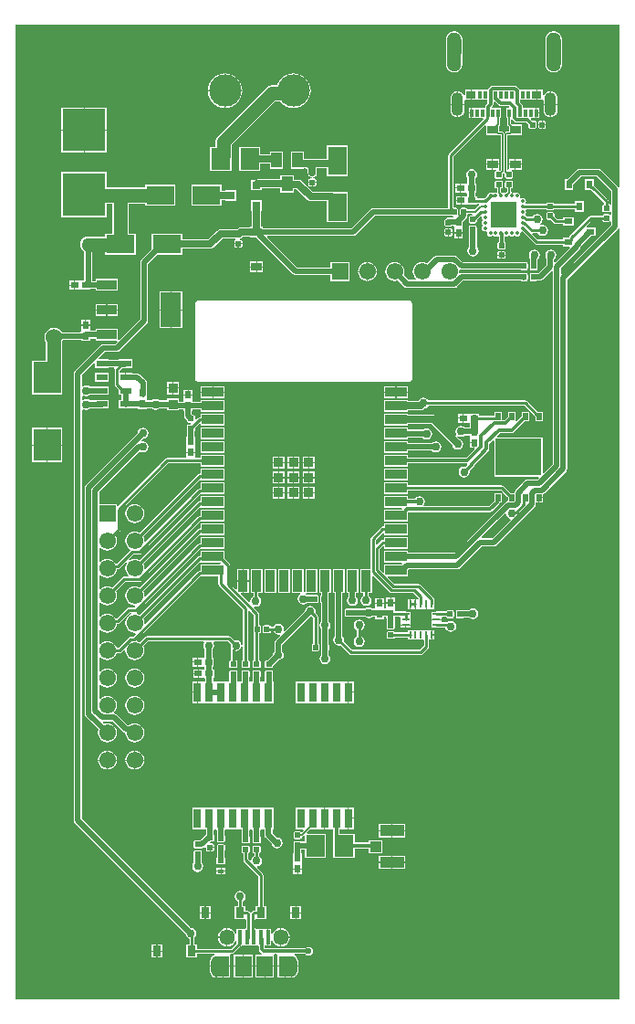
<source format=gtl>
G04*
G04 #@! TF.GenerationSoftware,Altium Limited,Altium Designer,22.5.1 (42)*
G04*
G04 Layer_Physical_Order=1*
G04 Layer_Color=255*
%FSLAX25Y25*%
%MOIN*%
G70*
G04*
G04 #@! TF.SameCoordinates,75008074-F7BD-429D-95DE-B313E7B70AFA*
G04*
G04*
G04 #@! TF.FilePolarity,Positive*
G04*
G01*
G75*
%ADD13C,0.01000*%
%ADD15C,0.00500*%
%ADD20C,0.00600*%
%ADD25R,0.04724X0.07480*%
%ADD26R,0.05906X0.07480*%
%ADD27R,0.01575X0.05315*%
%ADD28R,0.03543X0.03543*%
%ADD29R,0.07874X0.03543*%
%ADD30R,0.03543X0.07874*%
G04:AMPARAMS|DCode=31|XSize=21.65mil|YSize=19.68mil|CornerRadius=2.46mil|HoleSize=0mil|Usage=FLASHONLY|Rotation=180.000|XOffset=0mil|YOffset=0mil|HoleType=Round|Shape=RoundedRectangle|*
%AMROUNDEDRECTD31*
21,1,0.02165,0.01476,0,0,180.0*
21,1,0.01673,0.01968,0,0,180.0*
1,1,0.00492,-0.00837,0.00738*
1,1,0.00492,0.00837,0.00738*
1,1,0.00492,0.00837,-0.00738*
1,1,0.00492,-0.00837,-0.00738*
%
%ADD31ROUNDEDRECTD31*%
%ADD32R,0.02362X0.03150*%
%ADD33R,0.03150X0.02362*%
%ADD34R,0.03543X0.02756*%
%ADD35R,0.01181X0.02756*%
%ADD36R,0.03740X0.03740*%
%ADD37R,0.02441X0.02953*%
%ADD38R,0.02953X0.02441*%
%ADD39R,0.10039X0.11614*%
%ADD40R,0.10433X0.06890*%
%ADD41R,0.06890X0.10433*%
%ADD42R,0.02362X0.01575*%
%ADD43R,0.07000X0.08000*%
%ADD44R,0.03937X0.05512*%
%ADD45R,0.03150X0.03150*%
G04:AMPARAMS|DCode=46|XSize=21.65mil|YSize=19.68mil|CornerRadius=2.46mil|HoleSize=0mil|Usage=FLASHONLY|Rotation=90.000|XOffset=0mil|YOffset=0mil|HoleType=Round|Shape=RoundedRectangle|*
%AMROUNDEDRECTD46*
21,1,0.02165,0.01476,0,0,90.0*
21,1,0.01673,0.01968,0,0,90.0*
1,1,0.00492,0.00738,0.00837*
1,1,0.00492,0.00738,-0.00837*
1,1,0.00492,-0.00738,-0.00837*
1,1,0.00492,-0.00738,0.00837*
%
%ADD46ROUNDEDRECTD46*%
%ADD47R,0.09646X0.09646*%
%ADD48O,0.01772X0.01378*%
%ADD49O,0.01378X0.01772*%
%ADD50R,0.01968X0.02559*%
%ADD51R,0.04331X0.02362*%
%ADD52R,0.01000X0.02800*%
%ADD53R,0.02800X0.01000*%
%ADD55R,0.07480X0.03543*%
%ADD56R,0.07480X0.12598*%
%ADD57R,0.03937X0.03150*%
%ADD58R,0.03150X0.03937*%
%ADD59R,0.15748X0.15748*%
%ADD96R,0.04134X0.03937*%
%ADD97R,0.08661X0.04134*%
%ADD111C,0.02362*%
%ADD112R,0.16929X0.13386*%
%ADD113R,0.03150X0.07087*%
%ADD114C,0.05000*%
%ADD115C,0.00932*%
%ADD116C,0.02000*%
%ADD117C,0.01200*%
%ADD118C,0.02500*%
%ADD119C,0.00800*%
%ADD120C,0.01414*%
%ADD121O,0.03740X0.07480*%
%ADD122C,0.05709*%
%ADD123C,0.01181*%
%ADD124C,0.11811*%
%ADD125O,0.05118X0.10236*%
%ADD126O,0.04331X0.08661*%
%ADD127R,0.06102X0.06102*%
%ADD128C,0.06102*%
%ADD129C,0.06000*%
%ADD130C,0.01968*%
%ADD131C,0.05000*%
%ADD132C,0.03000*%
%ADD133C,0.23622*%
G36*
X968097Y740080D02*
X967597Y739928D01*
X967409Y740209D01*
X967409Y740209D01*
X961409Y746209D01*
X960946Y746519D01*
X960400Y746628D01*
X960400Y746628D01*
X953393D01*
X953393Y746628D01*
X952847Y746519D01*
X952384Y746209D01*
X952384Y746209D01*
X949101Y742927D01*
X947958D01*
Y738977D01*
X951120D01*
Y740908D01*
X953984Y743773D01*
X959809D01*
X964973Y738609D01*
Y733710D01*
X964530Y733519D01*
X964115Y733798D01*
Y734773D01*
X964045Y735125D01*
X963846Y735422D01*
X958743Y740526D01*
X958600Y740621D01*
Y742927D01*
X955438D01*
Y738977D01*
X957611D01*
X957700Y738960D01*
X957714D01*
X962280Y734393D01*
Y733642D01*
X962109Y733608D01*
X961895Y733465D01*
X961752Y733251D01*
X961702Y732999D01*
Y731523D01*
X961752Y731271D01*
X961895Y731057D01*
X962109Y730914D01*
X962361Y730864D01*
X964034D01*
X964286Y730914D01*
X964473Y731039D01*
X964623Y731007D01*
X964973Y730864D01*
Y730114D01*
X964623Y729972D01*
X964473Y729940D01*
X964286Y730064D01*
X964034Y730115D01*
X962361D01*
X962109Y730064D01*
X961895Y729922D01*
X961752Y729708D01*
X961738Y729635D01*
X957551D01*
X957199Y729565D01*
X956902Y729367D01*
X949728Y722193D01*
X949529Y721896D01*
X949460Y721544D01*
Y721539D01*
X947328D01*
Y720876D01*
X938055D01*
X936148Y722782D01*
X936355Y723282D01*
X938108D01*
X938458Y722758D01*
X939120Y722316D01*
X939900Y722161D01*
X940680Y722316D01*
X941342Y722758D01*
X941784Y723420D01*
X941939Y724200D01*
X941784Y724980D01*
X941342Y725642D01*
X940680Y726084D01*
X939900Y726239D01*
X939281Y726116D01*
X939086Y726587D01*
X939342Y726758D01*
X939784Y727420D01*
X939939Y728200D01*
X939784Y728980D01*
X939342Y729642D01*
X938680Y730084D01*
X937900Y730239D01*
X937120Y730084D01*
X936458Y729642D01*
X936108Y729118D01*
X934225D01*
X933763Y729580D01*
X933627Y729671D01*
X933581Y729974D01*
X933642Y730327D01*
X933789Y730547D01*
X933873Y730972D01*
X933789Y731397D01*
X933665Y731582D01*
X933894Y732082D01*
X941234D01*
X941248Y732009D01*
X941391Y731795D01*
X941605Y731652D01*
X941857Y731602D01*
X943530D01*
X943782Y731652D01*
X943996Y731795D01*
X944139Y732009D01*
X944153Y732082D01*
X951698D01*
Y731025D01*
X954860D01*
Y734974D01*
X951698D01*
Y733917D01*
X944153D01*
X944139Y733989D01*
X943996Y734203D01*
X943782Y734346D01*
X943530Y734396D01*
X941857D01*
X941605Y734346D01*
X941391Y734203D01*
X941248Y733989D01*
X941234Y733917D01*
X934011D01*
X933744Y734417D01*
X933789Y734484D01*
X933873Y734909D01*
X933789Y735334D01*
X933548Y735694D01*
X933188Y735934D01*
X932763Y736019D01*
X932369D01*
X932157Y735977D01*
X932157Y735977D01*
X931764Y736370D01*
X931764Y736370D01*
X931806Y736582D01*
Y736976D01*
X931722Y737400D01*
X931481Y737761D01*
X931121Y738001D01*
X930696Y738086D01*
X930271Y738001D01*
X930052Y737854D01*
X929712Y737795D01*
X929372Y737854D01*
X929153Y738001D01*
X928928Y738046D01*
Y736779D01*
X928528D01*
Y738221D01*
X928312Y738397D01*
Y739532D01*
X928486D01*
X928738Y739582D01*
X928952Y739724D01*
X929095Y739938D01*
X929145Y740190D01*
Y741667D01*
X929095Y741919D01*
X928952Y742132D01*
X928738Y742275D01*
X928486Y742325D01*
X926813D01*
X926561Y742275D01*
X926347Y742132D01*
X926205Y741919D01*
X926154Y741667D01*
Y740190D01*
X926205Y739938D01*
X926347Y739724D01*
X926561Y739582D01*
X926813Y739532D01*
X926987D01*
Y738550D01*
X926759Y738086D01*
X926334Y738001D01*
X926114Y737854D01*
X925775Y737795D01*
X925435Y737854D01*
X925216Y738001D01*
X924791Y738086D01*
X924563Y738550D01*
Y739532D01*
X924737D01*
X924989Y739582D01*
X925202Y739724D01*
X925345Y739938D01*
X925395Y740190D01*
Y741667D01*
X925345Y741919D01*
X925202Y742132D01*
X924989Y742275D01*
X924737Y742325D01*
X923063D01*
X922811Y742275D01*
X922598Y742132D01*
X922455Y741919D01*
X922405Y741667D01*
Y740190D01*
X922455Y739938D01*
X922598Y739724D01*
X922811Y739582D01*
X923063Y739532D01*
X923237D01*
Y738398D01*
X922851Y738080D01*
X922822Y738086D01*
X922397Y738001D01*
X922128Y737821D01*
X921838Y737785D01*
X921548Y737821D01*
X921279Y738001D01*
X920854Y738086D01*
X920429Y738001D01*
X920069Y737761D01*
X919828Y737400D01*
X919743Y736976D01*
Y736966D01*
X918796Y736019D01*
X918787D01*
X918362Y735934D01*
X918200Y735826D01*
X915885D01*
Y736729D01*
X915296D01*
Y738080D01*
X915745D01*
Y741321D01*
X915296D01*
Y743044D01*
X915428Y743132D01*
X915870Y743794D01*
X916026Y744574D01*
X915870Y745354D01*
X915428Y746016D01*
X914767Y746458D01*
X913986Y746613D01*
X913206Y746458D01*
X912545Y746016D01*
X912103Y745354D01*
X911947Y744574D01*
X912103Y743794D01*
X912441Y743287D01*
Y741674D01*
X912088Y741321D01*
X911492Y741321D01*
X910132D01*
Y739700D01*
Y738080D01*
X911492D01*
X911808Y738080D01*
X912088D01*
X912441Y737726D01*
Y736746D01*
X911948Y736729D01*
X911632Y736729D01*
X910272D01*
Y735109D01*
Y733488D01*
X911632D01*
X911948Y733488D01*
X912448Y733488D01*
X915885D01*
Y733991D01*
X916659D01*
X916810Y733491D01*
X916683Y733406D01*
X915067Y731790D01*
X912467D01*
Y731811D01*
X912417Y732063D01*
X912274Y732277D01*
X912060Y732419D01*
X911808Y732470D01*
X910332D01*
X910080Y732419D01*
X909866Y732277D01*
X909723Y732063D01*
X909673Y731811D01*
Y730138D01*
X909682Y730091D01*
X909681Y730084D01*
X909322Y729726D01*
X908898Y730008D01*
X908924Y730138D01*
Y730821D01*
X908954Y730974D01*
X908924Y731128D01*
Y731811D01*
X908873Y732063D01*
X908731Y732277D01*
X908517Y732419D01*
X908265Y732470D01*
X907347D01*
X907283Y732534D01*
Y751156D01*
X918716Y762589D01*
X919216Y762382D01*
Y759103D01*
X923016D01*
X923084Y759035D01*
X923299Y758891D01*
X923553Y758841D01*
X924694D01*
Y746431D01*
X924249Y746070D01*
X923975Y746146D01*
X923953Y746347D01*
X923953Y746369D01*
Y748122D01*
X921784D01*
Y746347D01*
X922907D01*
X922956Y745847D01*
X922811Y745819D01*
X922598Y745676D01*
X922455Y745462D01*
X922405Y745210D01*
Y743734D01*
X922455Y743481D01*
X922598Y743268D01*
X922811Y743125D01*
X923063Y743075D01*
X924737D01*
X924989Y743125D01*
X925202Y743268D01*
X925345Y743481D01*
X925395Y743734D01*
Y744808D01*
X925733Y745120D01*
X926154Y744829D01*
Y743734D01*
X926205Y743481D01*
X926347Y743268D01*
X926561Y743125D01*
X926813Y743075D01*
X928486D01*
X928738Y743125D01*
X928952Y743268D01*
X929095Y743481D01*
X929145Y743734D01*
Y745210D01*
X929095Y745462D01*
X928952Y745676D01*
X928738Y745819D01*
X928594Y745847D01*
X928643Y746347D01*
X929700D01*
Y748122D01*
X927532D01*
Y746735D01*
X927080Y746262D01*
X927068Y746259D01*
X927020Y746262D01*
Y758841D01*
X927931D01*
X928185Y758891D01*
X928400Y759035D01*
X928469Y759103D01*
X932269D01*
Y763053D01*
X928469D01*
X928406Y763115D01*
Y764588D01*
X928906Y764740D01*
X928991Y764613D01*
X929694Y763910D01*
X930025Y763689D01*
X930415Y763611D01*
X933898D01*
X934811Y762698D01*
Y761907D01*
X934861Y761655D01*
X935004Y761441D01*
X935218Y761298D01*
X935470Y761248D01*
X936946D01*
X937198Y761298D01*
X937412Y761441D01*
X937555Y761655D01*
X937605Y761907D01*
Y763580D01*
X937555Y763832D01*
X937412Y764046D01*
X937198Y764188D01*
X936946Y764239D01*
X936155D01*
X935625Y764769D01*
X935816Y765231D01*
X937386D01*
Y767009D01*
Y768787D01*
X932691D01*
Y769549D01*
X932613Y769939D01*
X932392Y770270D01*
X931716Y770946D01*
Y771924D01*
X937583D01*
Y773702D01*
Y775480D01*
X931643D01*
X931638Y775506D01*
X931417Y775837D01*
X930453Y776801D01*
X930123Y777022D01*
X929733Y777099D01*
X921690D01*
X921300Y777022D01*
X920969Y776801D01*
X920133Y775964D01*
X919912Y775633D01*
X919881Y775480D01*
X913967D01*
Y773702D01*
Y771924D01*
X919834D01*
Y770620D01*
X919149Y769934D01*
X918927Y769604D01*
X918850Y769213D01*
Y768787D01*
X914164D01*
Y767009D01*
Y765231D01*
X918109D01*
X918300Y764769D01*
X905717Y752185D01*
X905517Y751887D01*
X905448Y751536D01*
Y732402D01*
X878174D01*
X878174Y732402D01*
X877628Y732293D01*
X877165Y731984D01*
X877165Y731984D01*
X870187Y725005D01*
X837764D01*
Y725553D01*
X837078D01*
Y731296D01*
X837371D01*
Y735246D01*
X833421D01*
Y731296D01*
X833714D01*
Y725553D01*
X833027D01*
Y725260D01*
X829677D01*
X829677Y725260D01*
X829034Y725132D01*
X828488Y724768D01*
X828311Y724591D01*
X822195D01*
X821552Y724463D01*
X821006Y724098D01*
X817758Y720851D01*
X808257D01*
Y723013D01*
X797024D01*
Y717342D01*
X793359Y713678D01*
X793050Y713215D01*
X792941Y712669D01*
X792941Y712669D01*
Y691760D01*
X785328Y684146D01*
X784828Y684353D01*
Y688348D01*
X776547D01*
Y687604D01*
X774968D01*
X774520Y687731D01*
X774520Y688104D01*
Y689408D01*
X771279D01*
Y688047D01*
X771279Y687731D01*
Y687452D01*
X770926Y687098D01*
X764355D01*
X763896Y687696D01*
X763165Y688257D01*
X762314Y688610D01*
X761400Y688730D01*
X760486Y688610D01*
X759635Y688257D01*
X758904Y687696D01*
X758343Y686965D01*
X757990Y686114D01*
X757870Y685200D01*
X757990Y684286D01*
X758343Y683435D01*
X758475Y683263D01*
Y676710D01*
X753480D01*
Y664296D01*
X764320D01*
Y672963D01*
X764325Y673003D01*
Y683263D01*
X764457Y683435D01*
X764792Y684243D01*
X771279D01*
Y683794D01*
X774520D01*
Y684749D01*
X776547D01*
Y684005D01*
X784479D01*
X784686Y683505D01*
X783864Y682683D01*
X779290D01*
X779290Y682683D01*
X778744Y682574D01*
X778281Y682265D01*
X778281Y682265D01*
X769118Y673101D01*
X768808Y672638D01*
X768700Y672092D01*
X768700Y672092D01*
Y508973D01*
X768700Y508973D01*
X768808Y508427D01*
X769118Y507964D01*
X809364Y467717D01*
X809361Y467700D01*
X809516Y466920D01*
X809958Y466258D01*
X810620Y465816D01*
X810860Y465768D01*
Y463507D01*
X809803D01*
Y458770D01*
X813753D01*
Y460221D01*
X820120D01*
X820169Y459721D01*
X819798Y459647D01*
X819047Y459146D01*
X818545Y458395D01*
X818369Y457509D01*
Y455839D01*
X820683D01*
Y455639D01*
X820883D01*
Y451494D01*
X820907Y451499D01*
X822846D01*
Y455639D01*
X823046D01*
Y455839D01*
X825808D01*
Y459721D01*
X825808Y459779D01*
X825947Y460221D01*
X826503D01*
X826854Y460291D01*
X827152Y460490D01*
X829460Y462798D01*
X829706Y462962D01*
X829955Y463211D01*
X830532Y463211D01*
X831032Y463211D01*
X833091D01*
Y463211D01*
X833276D01*
Y463211D01*
X835836Y463211D01*
X836190Y462858D01*
Y461842D01*
X836267Y461452D01*
X836489Y461121D01*
X837191Y460418D01*
X837399Y460279D01*
X837255Y459779D01*
X835047D01*
Y455839D01*
X838400D01*
X841753D01*
Y459619D01*
X841753Y459779D01*
X842112Y460119D01*
X842759D01*
X843118Y459779D01*
X843118Y459619D01*
Y455839D01*
X845880D01*
Y455639D01*
X846080D01*
Y451499D01*
X848019D01*
X848043Y451494D01*
Y455639D01*
X848243D01*
Y455839D01*
X850557D01*
Y457509D01*
X850381Y458395D01*
X849879Y459146D01*
X849560Y459359D01*
X849432Y460038D01*
X849488Y460119D01*
X853180D01*
X853260Y459999D01*
X853783Y459650D01*
X854400Y459527D01*
X855017Y459650D01*
X855540Y459999D01*
X855889Y460522D01*
X856012Y461139D01*
X855889Y461756D01*
X855540Y462279D01*
X855017Y462628D01*
X854400Y462751D01*
X853783Y462628D01*
X853260Y462279D01*
X853180Y462158D01*
X838335D01*
X838229Y462264D01*
Y462780D01*
X838394Y463211D01*
X838729Y463211D01*
X839381D01*
Y466269D01*
Y469326D01*
X838710D01*
X838394Y469326D01*
X837894Y469326D01*
X836150D01*
X835835Y469326D01*
X835189Y469326D01*
X834782Y469764D01*
Y472356D01*
X834988Y472770D01*
X835231Y472770D01*
X838938D01*
Y477507D01*
X837846D01*
Y489089D01*
X837779Y489427D01*
X837587Y489713D01*
X835659Y491641D01*
X835823Y492184D01*
X836180Y492255D01*
X836842Y492697D01*
X837284Y493359D01*
X837439Y494139D01*
X837284Y494919D01*
X836842Y495581D01*
X836283Y495954D01*
Y496980D01*
X836489Y497020D01*
X836702Y497163D01*
X836845Y497377D01*
X836895Y497629D01*
Y499106D01*
X836845Y499358D01*
X836702Y499571D01*
X836489Y499714D01*
X836237Y499764D01*
X834563D01*
X834311Y499714D01*
X834098Y499571D01*
X833955Y499358D01*
X833905Y499106D01*
Y497629D01*
X833955Y497377D01*
X834098Y497163D01*
X834311Y497020D01*
X834517Y496980D01*
Y495954D01*
X833958Y495581D01*
X833516Y494919D01*
X833445Y494562D01*
X832903Y494398D01*
X832283Y495017D01*
Y496980D01*
X832489Y497020D01*
X832702Y497163D01*
X832845Y497377D01*
X832895Y497629D01*
Y499106D01*
X832845Y499358D01*
X832702Y499571D01*
X832489Y499714D01*
X832237Y499764D01*
X830563D01*
X830311Y499714D01*
X830098Y499571D01*
X829955Y499358D01*
X829905Y499106D01*
Y497629D01*
X829955Y497377D01*
X830098Y497163D01*
X830311Y497020D01*
X830517Y496980D01*
Y494652D01*
X830584Y494314D01*
X830776Y494028D01*
X836080Y488723D01*
Y477507D01*
X834988D01*
Y476022D01*
X834445D01*
X834107Y475955D01*
X833821Y475763D01*
X833526Y475468D01*
X833183Y475270D01*
X832841Y475468D01*
X832546Y475763D01*
X832260Y475955D01*
X831922Y476022D01*
X831379D01*
Y477507D01*
X830287D01*
Y479326D01*
X830842Y479697D01*
X831284Y480359D01*
X831439Y481139D01*
X831284Y481919D01*
X830842Y482581D01*
X830180Y483023D01*
X829400Y483178D01*
X828620Y483023D01*
X827958Y482581D01*
X827516Y481919D01*
X827361Y481139D01*
X827516Y480359D01*
X827958Y479697D01*
X828521Y479321D01*
Y477507D01*
X827429D01*
Y472770D01*
X831379D01*
X831585Y472356D01*
Y472290D01*
X831585Y472290D01*
Y469764D01*
X831178Y469326D01*
X830717Y469326D01*
X830217Y469326D01*
X828158D01*
Y467540D01*
X827658Y467441D01*
X827463Y467910D01*
X826941Y468590D01*
X826262Y469111D01*
X825470Y469439D01*
X824821Y469525D01*
Y466269D01*
Y463013D01*
X825470Y463098D01*
X826262Y463426D01*
X826941Y463948D01*
X827463Y464628D01*
X827658Y465097D01*
X828158Y464997D01*
Y464091D01*
X826123Y462057D01*
X813753D01*
Y463507D01*
X812696D01*
Y466160D01*
X812842Y466258D01*
X813284Y466920D01*
X813439Y467700D01*
X813284Y468480D01*
X812842Y469142D01*
X812180Y469584D01*
X811400Y469739D01*
X811383Y469736D01*
X771555Y509564D01*
Y658764D01*
X772054Y659031D01*
X772347Y658836D01*
X773127Y658681D01*
X773907Y658836D01*
X774569Y659278D01*
X774598Y659322D01*
X776339D01*
Y659198D01*
X781469D01*
Y662360D01*
X776339D01*
Y662177D01*
X774547D01*
X773907Y662604D01*
X773127Y662759D01*
X772347Y662604D01*
X772054Y662409D01*
X771555Y662676D01*
Y663724D01*
X772054Y663991D01*
X772347Y663796D01*
X773127Y663641D01*
X773907Y663796D01*
X774569Y664238D01*
X774585Y664263D01*
X776339D01*
Y664119D01*
X781469D01*
Y667281D01*
X776339D01*
Y667118D01*
X774572D01*
X774569Y667122D01*
X773907Y667564D01*
X773127Y667719D01*
X772347Y667564D01*
X772054Y667369D01*
X771555Y667636D01*
Y671501D01*
X775877Y675823D01*
X776339Y675632D01*
Y673961D01*
X781469D01*
Y674129D01*
X783253D01*
X783340Y674063D01*
X783613Y673629D01*
X783582Y673476D01*
Y667795D01*
X783652Y667444D01*
X783851Y667146D01*
X785000Y665998D01*
Y664119D01*
X786138D01*
Y662360D01*
X785000D01*
Y659198D01*
X790131D01*
Y659351D01*
X792084D01*
Y659029D01*
X795325D01*
Y659300D01*
X797087D01*
X797097Y659285D01*
X797759Y658844D01*
X798539Y658688D01*
X799319Y658844D01*
X799981Y659285D01*
X799991Y659300D01*
X802630D01*
Y658477D01*
X807170D01*
Y658804D01*
X808780D01*
Y658355D01*
X808973D01*
Y656570D01*
X808973Y656570D01*
X809081Y656024D01*
X809391Y655561D01*
X809905Y655047D01*
Y654734D01*
X809955Y654481D01*
X810098Y654268D01*
X810311Y654125D01*
X810563Y654075D01*
X811180D01*
X811258Y654059D01*
X811328Y653991D01*
X811454Y653775D01*
X811499Y653554D01*
X811332Y653342D01*
X811247Y653325D01*
X810563D01*
X810311Y653275D01*
X810098Y653132D01*
X809955Y652919D01*
X809905Y652667D01*
Y651190D01*
X809955Y650938D01*
X809973Y650912D01*
Y649045D01*
X809780D01*
Y645608D01*
X809780Y645292D01*
X809780Y644792D01*
Y643432D01*
X811400D01*
X813021D01*
Y644792D01*
X813021Y645108D01*
X813021Y645608D01*
Y649045D01*
X812827D01*
Y650912D01*
X812845Y650938D01*
X812895Y651190D01*
Y652126D01*
X814598Y653829D01*
X815098Y653622D01*
Y653037D01*
X823772D01*
Y657380D01*
X815098D01*
Y656030D01*
X814584D01*
X814233Y655960D01*
X813935Y655761D01*
X813395Y655222D01*
X812895Y655429D01*
Y656210D01*
X812845Y656462D01*
X812702Y656676D01*
X812489Y656818D01*
X812237Y656869D01*
X812120D01*
X811827Y657161D01*
Y658355D01*
X812020D01*
Y658804D01*
X815098D01*
Y658037D01*
X823772D01*
Y662380D01*
X815098D01*
Y661659D01*
X812374D01*
X812020Y662012D01*
X812020Y662608D01*
Y663969D01*
X808780D01*
Y662608D01*
X808780Y662292D01*
Y662012D01*
X808426Y661659D01*
X807170D01*
Y663017D01*
X802630D01*
Y662155D01*
X799991D01*
X799981Y662169D01*
X799319Y662611D01*
X798539Y662767D01*
X797759Y662611D01*
X797097Y662169D01*
X797087Y662155D01*
X795325D01*
Y662782D01*
X795325Y662782D01*
Y662966D01*
X795325D01*
X795325Y663282D01*
Y664236D01*
X795331Y664271D01*
Y668513D01*
X795223Y669060D01*
X794913Y669523D01*
X794913Y669523D01*
X792791Y671645D01*
X792328Y671954D01*
X791782Y672063D01*
X791782Y672063D01*
X790131D01*
Y672202D01*
X787766D01*
Y670621D01*
X787365D01*
Y672202D01*
X785418D01*
Y673096D01*
X786266Y673944D01*
X786884D01*
X786973Y673961D01*
X790131D01*
Y677124D01*
X785000D01*
Y676984D01*
X781469D01*
Y677124D01*
X777831D01*
X777639Y677586D01*
X779881Y679828D01*
X784455D01*
X784455Y679828D01*
X785001Y679936D01*
X785464Y680246D01*
X795378Y690159D01*
X795687Y690622D01*
X795796Y691168D01*
X795796Y691169D01*
Y712077D01*
X799042Y715324D01*
X808257D01*
Y717486D01*
X818455D01*
X819099Y717614D01*
X819645Y717979D01*
X822892Y721226D01*
X827637D01*
X827686Y720726D01*
X827614Y720712D01*
X827401Y720569D01*
X827258Y720356D01*
X827208Y720104D01*
Y719565D01*
X830198D01*
Y720104D01*
X830148Y720356D01*
X830005Y720569D01*
X829792Y720712D01*
X829540Y720762D01*
X829238D01*
X829189Y721262D01*
X829652Y721354D01*
X830198Y721719D01*
X830374Y721896D01*
X833027D01*
Y721603D01*
X835353D01*
X835355Y721600D01*
X848765Y708191D01*
X848765Y708191D01*
X849228Y707881D01*
X849774Y707773D01*
X849774Y707773D01*
X862449D01*
Y705749D01*
X869351D01*
Y712651D01*
X862449D01*
Y710628D01*
X850365D01*
X839304Y721689D01*
X839495Y722151D01*
X870778D01*
X870778Y722151D01*
X871324Y722259D01*
X871787Y722569D01*
X878765Y729547D01*
X906510D01*
X906536Y729529D01*
X906789Y729479D01*
X906962D01*
X907259Y728979D01*
X907175Y728826D01*
X907145Y728807D01*
X905306D01*
X904760Y728698D01*
X904296Y728389D01*
X903987Y727925D01*
X903878Y727379D01*
X903987Y726833D01*
X904010Y726798D01*
Y726266D01*
X904061Y726014D01*
X904203Y725801D01*
X904417Y725658D01*
X904669Y725607D01*
X906342D01*
X906594Y725658D01*
X906808Y725801D01*
X907354Y725818D01*
X907574Y725598D01*
Y725325D01*
X907574Y724825D01*
Y723464D01*
X909194D01*
X910815D01*
Y724825D01*
X910815Y725141D01*
X910815Y725641D01*
Y727181D01*
X912079Y728445D01*
X912079Y728445D01*
X912389Y728908D01*
X912497Y729455D01*
Y729892D01*
X912954Y730159D01*
X914052D01*
X914307Y729659D01*
X914202Y729514D01*
X913550D01*
X913298Y729464D01*
X913084Y729321D01*
X912941Y729108D01*
X912891Y728856D01*
Y727379D01*
X912941Y727127D01*
X913084Y726913D01*
X913298Y726771D01*
X913550Y726721D01*
X915223D01*
X915475Y726771D01*
X915689Y726913D01*
X915832Y727127D01*
X915882Y727379D01*
Y728315D01*
X917324Y729757D01*
X917369Y729741D01*
X917761Y729428D01*
X917676Y729003D01*
X917761Y728578D01*
X917908Y728359D01*
X917967Y728019D01*
X917908Y727679D01*
X917761Y727460D01*
X917676Y727035D01*
X917761Y726610D01*
X918002Y726250D01*
Y725851D01*
X917761Y725491D01*
X917676Y725066D01*
X917761Y724641D01*
X918002Y724281D01*
X918362Y724040D01*
X918787Y723956D01*
X919180D01*
X919393Y723998D01*
X919393Y723998D01*
X919786Y723605D01*
X919786Y723605D01*
X919743Y723393D01*
Y722999D01*
X919828Y722574D01*
X920069Y722214D01*
X920429Y721974D01*
X920854Y721889D01*
X921279Y721974D01*
X921498Y722120D01*
X921838Y722180D01*
X922178Y722120D01*
X922397Y721974D01*
X922822Y721889D01*
X923247Y721974D01*
X923380Y722063D01*
X923880Y721795D01*
Y720104D01*
X923811Y720090D01*
X923598Y719947D01*
X923455Y719734D01*
X923405Y719482D01*
Y718005D01*
X923455Y717753D01*
X923598Y717539D01*
X923811Y717397D01*
X924063Y717346D01*
X925737D01*
X925989Y717397D01*
X926202Y717539D01*
X926345Y717753D01*
X926395Y718005D01*
Y719482D01*
X926345Y719734D01*
X926202Y719947D01*
X925989Y720090D01*
X925920Y720104D01*
Y721649D01*
X926096Y721787D01*
X926420Y721956D01*
X926759Y721889D01*
X927184Y721974D01*
X927404Y722120D01*
X927743Y722180D01*
X928083Y722120D01*
X928303Y721974D01*
X928728Y721889D01*
X929153Y721974D01*
X929372Y722120D01*
X929712Y722180D01*
X930052Y722120D01*
X930271Y721974D01*
X930696Y721889D01*
X931121Y721974D01*
X931481Y722214D01*
X931722Y722574D01*
X931806Y722999D01*
Y723346D01*
X931872Y723457D01*
X932202Y723782D01*
X932563Y723771D01*
X937026Y719309D01*
X937323Y719110D01*
X937675Y719040D01*
X947328D01*
Y718377D01*
X949785D01*
X949977Y717915D01*
X944598Y712536D01*
X944136Y712728D01*
Y713621D01*
X944342Y713758D01*
X944784Y714420D01*
X944939Y715200D01*
X944784Y715980D01*
X944342Y716642D01*
X943680Y717084D01*
X942900Y717239D01*
X942120Y717084D01*
X941458Y716642D01*
X941016Y715980D01*
X940861Y715200D01*
X941016Y714420D01*
X941281Y714023D01*
Y711600D01*
X938309Y708628D01*
X937689D01*
X937662Y708645D01*
X937410Y708695D01*
X935933D01*
X935681Y708645D01*
X935468Y708502D01*
X935325Y708289D01*
X935275Y708037D01*
Y707353D01*
X935244Y707200D01*
X935275Y707047D01*
Y706363D01*
X935325Y706111D01*
X935468Y705898D01*
X935681Y705755D01*
X935933Y705705D01*
X937410D01*
X937662Y705755D01*
X937689Y705773D01*
X938900D01*
X938900Y705773D01*
X939446Y705881D01*
X939909Y706191D01*
X943219Y709501D01*
X943681Y709309D01*
Y638986D01*
X940411Y635715D01*
X939949Y635906D01*
Y648600D01*
X923390D01*
X923199Y649062D01*
X924463Y650326D01*
X928660D01*
X929050Y650403D01*
X929381Y650625D01*
X933368Y654611D01*
X934968D01*
Y657475D01*
X934968Y657901D01*
X935370Y658207D01*
X937156Y656421D01*
X937200Y656392D01*
Y654611D01*
X939968D01*
Y657970D01*
X938202D01*
X934324Y661849D01*
X934026Y662048D01*
X933675Y662118D01*
X898192D01*
X897842Y662642D01*
X897180Y663084D01*
X896400Y663239D01*
X895620Y663084D01*
X894958Y662642D01*
X894516Y661980D01*
X894498Y661891D01*
X890702D01*
Y662380D01*
X882028D01*
Y658037D01*
X890702D01*
Y658526D01*
X895273D01*
X895917Y658654D01*
X896463Y659019D01*
X896656Y659212D01*
X897180Y659316D01*
X897842Y659758D01*
X898192Y660282D01*
X933295D01*
X935205Y658372D01*
X934900Y657970D01*
X934497Y657970D01*
X932200D01*
Y656327D01*
X930457Y654585D01*
X929968Y654803D01*
Y657970D01*
X927200D01*
Y656189D01*
X926011Y654999D01*
X924968D01*
Y655810D01*
X925012Y656027D01*
Y656291D01*
X924968Y656508D01*
Y657970D01*
X922200D01*
Y656618D01*
X916745D01*
Y657320D01*
X915180D01*
X914869Y657382D01*
X914558Y657320D01*
X912992Y657320D01*
X912492Y657320D01*
X911131D01*
Y655700D01*
Y654080D01*
X912492D01*
X912808Y654080D01*
X913186Y653786D01*
Y652274D01*
X911615D01*
X911605Y652288D01*
X910944Y652730D01*
X910163Y652886D01*
X909383Y652730D01*
X908722Y652288D01*
X908279Y651627D01*
X908124Y650846D01*
X908279Y650066D01*
X908550Y649661D01*
X908162Y649342D01*
X901106Y656398D01*
X900560Y656763D01*
X899916Y656891D01*
X890702D01*
Y657380D01*
X882028D01*
Y653037D01*
X890702D01*
Y653526D01*
X899219D01*
X906939Y645807D01*
X907016Y645420D01*
X907458Y644758D01*
X908120Y644316D01*
X908900Y644161D01*
X909680Y644316D01*
X910342Y644758D01*
X910784Y645420D01*
X910939Y646200D01*
X910784Y646980D01*
X910342Y647642D01*
X909680Y648084D01*
X909355Y648149D01*
X908659Y648845D01*
X908978Y649233D01*
X909383Y648962D01*
X910163Y648807D01*
X910944Y648962D01*
X911605Y649404D01*
X911615Y649419D01*
X913280D01*
Y648792D01*
X913280D01*
Y648608D01*
X913280D01*
Y646932D01*
X914900D01*
Y646732D01*
X915100D01*
Y644709D01*
X915231Y644393D01*
X912066Y641228D01*
X890702D01*
Y642380D01*
X882028D01*
Y638037D01*
X890702D01*
Y639189D01*
X912235D01*
X912442Y638689D01*
X911771Y638018D01*
X911273Y638117D01*
X910492Y637962D01*
X909831Y637520D01*
X909389Y636858D01*
X909233Y636078D01*
X909389Y635297D01*
X909831Y634636D01*
X910492Y634194D01*
X911273Y634038D01*
X912053Y634194D01*
X912714Y634636D01*
X913157Y635297D01*
X913312Y636078D01*
X913213Y636576D01*
X914626Y637989D01*
X914847Y638320D01*
X914882Y638496D01*
X918040Y641654D01*
X918040Y641654D01*
X920198Y643812D01*
X920419Y644143D01*
X920496Y644533D01*
Y646359D01*
X921758Y647621D01*
X922220Y647429D01*
Y634414D01*
X938457D01*
X938648Y633952D01*
X937926Y633231D01*
X934420D01*
X933874Y633122D01*
X933411Y632813D01*
X933411Y632812D01*
X929959Y629361D01*
X929650Y628898D01*
X929551Y628403D01*
X928202D01*
X925748Y630858D01*
X925450Y631056D01*
X925099Y631126D01*
X890702D01*
Y632380D01*
X882028D01*
Y628037D01*
X890702D01*
Y629291D01*
X924719D01*
X925205Y628805D01*
X924900Y628403D01*
X924497Y628403D01*
X922200D01*
Y626438D01*
X922180Y626339D01*
Y625325D01*
X920312Y623457D01*
X896722D01*
X896475Y623957D01*
X896784Y624420D01*
X896939Y625200D01*
X896784Y625980D01*
X896342Y626642D01*
X895680Y627084D01*
X894900Y627239D01*
X894120Y627084D01*
X893458Y626642D01*
X893176Y626220D01*
X890702D01*
Y627380D01*
X882028D01*
Y623037D01*
X888496D01*
X888754Y622537D01*
X888642Y622380D01*
X882028D01*
Y618037D01*
X890702D01*
Y621282D01*
X890704Y621295D01*
X890827Y621417D01*
X920734D01*
X921124Y621495D01*
X921455Y621716D01*
X923921Y624182D01*
X924142Y624513D01*
X924220Y624903D01*
Y625044D01*
X924968D01*
Y627908D01*
X924968Y628335D01*
X925370Y628640D01*
X927156Y626854D01*
X927200Y626825D01*
Y625452D01*
X926751Y625363D01*
X926288Y625054D01*
X926288Y625054D01*
X907871Y606636D01*
X890702D01*
Y607380D01*
X882028D01*
Y603037D01*
X888284D01*
X888536Y602537D01*
X888419Y602380D01*
X882028D01*
Y599515D01*
X881566Y599324D01*
X880389Y600500D01*
Y601161D01*
X880319Y601512D01*
X880318Y601515D01*
Y607865D01*
X881528Y609075D01*
X882028Y608868D01*
Y608037D01*
X890702D01*
Y612380D01*
X882028D01*
Y611276D01*
X881513D01*
X881162Y611206D01*
X880865Y611007D01*
X879380Y609522D01*
X878918Y609714D01*
Y611334D01*
X881528Y613944D01*
X882028Y613737D01*
Y613037D01*
X890702D01*
Y617380D01*
X882028D01*
Y616126D01*
X881494D01*
X881143Y616056D01*
X880846Y615858D01*
X877351Y612363D01*
X877152Y612065D01*
X877082Y611714D01*
Y600653D01*
X877046Y600609D01*
X873228D01*
Y591935D01*
X874482D01*
Y590992D01*
X873958Y590642D01*
X873516Y589980D01*
X873361Y589200D01*
X873516Y588420D01*
X873958Y587758D01*
X874620Y587316D01*
X875400Y587161D01*
X876180Y587316D01*
X876842Y587758D01*
X877284Y588420D01*
X877439Y589200D01*
X877284Y589980D01*
X876842Y590642D01*
X876318Y590992D01*
Y591935D01*
X877572D01*
Y598089D01*
X878034Y598281D01*
X884123Y592191D01*
X884421Y591992D01*
X884772Y591922D01*
X892753D01*
X894582Y590093D01*
Y590025D01*
X894400Y589600D01*
X894082Y589600D01*
X893700D01*
Y587800D01*
Y586000D01*
X894100D01*
X894400Y586000D01*
X894900Y586000D01*
X896100D01*
X896400Y586000D01*
Y586000D01*
X896600D01*
Y586000D01*
X897300D01*
Y587800D01*
X897700D01*
Y586000D01*
X898400D01*
X898400Y586000D01*
X898500D01*
Y586000D01*
X898900Y586000D01*
X900300D01*
Y587711D01*
X900318Y587800D01*
Y589573D01*
X900248Y589924D01*
X900049Y590222D01*
X895382Y594889D01*
X895084Y595088D01*
X894733Y595158D01*
X885732D01*
X883314Y597575D01*
X883506Y598037D01*
X890702D01*
Y600362D01*
X890950Y600610D01*
X908685D01*
X908685Y600610D01*
X909231Y600718D01*
X909694Y601028D01*
X917630Y608963D01*
X922130D01*
X922130Y608963D01*
X922676Y609072D01*
X923139Y609382D01*
X936978Y623220D01*
X937287Y623683D01*
X937396Y624229D01*
X937396Y624230D01*
Y625044D01*
X938384D01*
Y626724D01*
X938584D01*
Y626924D01*
X939968D01*
Y628067D01*
X940058Y628084D01*
X940521Y628394D01*
X948518Y636391D01*
X948518Y636391D01*
X948827Y636854D01*
X948936Y637400D01*
Y706217D01*
X967409Y724691D01*
X967409Y724691D01*
X967597Y724972D01*
X968097Y724820D01*
Y443503D01*
X747203D01*
Y799397D01*
X968097D01*
Y740080D01*
D02*
G37*
G36*
X923845Y769823D02*
X924175Y769602D01*
X924566Y769524D01*
X927602D01*
X927791Y769285D01*
X927567Y768787D01*
X926753D01*
Y765231D01*
X927081D01*
Y762841D01*
X927131Y762587D01*
X927275Y762372D01*
X927532Y762116D01*
Y760166D01*
X926650D01*
X926396Y760115D01*
X926181Y759972D01*
X925857Y759705D01*
X925533Y759972D01*
X925317Y760115D01*
X925064Y760166D01*
X923953D01*
Y762116D01*
X924275Y762438D01*
X924419Y762653D01*
X924469Y762906D01*
Y765231D01*
X924797D01*
Y768787D01*
X921592D01*
X921385Y769287D01*
X921575Y769477D01*
X921796Y769807D01*
X921873Y770198D01*
Y771087D01*
X922373Y771294D01*
X923845Y769823D01*
D02*
G37*
G36*
X961752Y727728D02*
X961895Y727514D01*
X962109Y727371D01*
X962361Y727321D01*
X964034D01*
X964286Y727371D01*
X964473Y727495D01*
X964623Y727464D01*
X964973Y727321D01*
Y726291D01*
X946998Y708317D01*
X946536Y708508D01*
Y710437D01*
X953286Y717188D01*
X953287Y717188D01*
X953596Y717651D01*
X953688Y718112D01*
X957690Y722114D01*
X957692Y722117D01*
X959230D01*
Y725279D01*
X956063D01*
X955872Y725741D01*
X957931Y727800D01*
X961738D01*
X961752Y727728D01*
D02*
G37*
G36*
X926588Y620609D02*
X926656Y620264D01*
X927098Y619602D01*
X927760Y619160D01*
X928105Y619092D01*
X928269Y618549D01*
X921539Y611818D01*
X917744D01*
X917552Y612280D01*
X926045Y620773D01*
X926588Y620609D01*
D02*
G37*
%LPC*%
G36*
X943975Y796851D02*
X943964Y796847D01*
X943953Y796851D01*
X943819Y796847D01*
X943808Y796842D01*
X943796Y796846D01*
X943662Y796836D01*
X943652Y796830D01*
X943640Y796833D01*
X943507Y796816D01*
X943497Y796810D01*
X943485Y796812D01*
X943353Y796788D01*
X943343Y796781D01*
X943331Y796783D01*
X943200Y796752D01*
X943191Y796745D01*
X943179Y796746D01*
X943050Y796708D01*
X943041Y796700D01*
X943029Y796701D01*
X942902Y796656D01*
X942893Y796648D01*
X942881D01*
X942757Y796597D01*
X942749Y796588D01*
X942737Y796588D01*
X942616Y796530D01*
X942608Y796521D01*
X942595Y796520D01*
X942478Y796456D01*
X942470Y796446D01*
X942458Y796445D01*
X942344Y796375D01*
X942337Y796365D01*
X942325Y796362D01*
X942214Y796286D01*
X942208Y796276D01*
X942196Y796273D01*
X942090Y796191D01*
X942084Y796181D01*
X942072Y796177D01*
X941970Y796090D01*
X941965Y796079D01*
X941953Y796075D01*
X941856Y795983D01*
X941851Y795972D01*
X941840Y795967D01*
X941748Y795869D01*
X941744Y795858D01*
X941733Y795853D01*
X941646Y795751D01*
X941642Y795739D01*
X941632Y795733D01*
X941550Y795627D01*
X941547Y795615D01*
X941537Y795609D01*
X941461Y795498D01*
X941458Y795486D01*
X941448Y795479D01*
X941378Y795365D01*
X941377Y795353D01*
X941367Y795345D01*
X941303Y795227D01*
X941302Y795215D01*
X941293Y795207D01*
X941235Y795086D01*
X941235Y795074D01*
X941226Y795066D01*
X941175Y794942D01*
Y794930D01*
X941167Y794921D01*
X941122Y794794D01*
X941123Y794782D01*
X941115Y794773D01*
X941077Y794644D01*
X941078Y794632D01*
X941071Y794623D01*
X941040Y794492D01*
X941042Y794480D01*
X941035Y794470D01*
X941011Y794338D01*
X941013Y794326D01*
X941007Y794316D01*
X940990Y794183D01*
X940993Y794171D01*
X940987Y794161D01*
X940977Y794027D01*
X940981Y794016D01*
X940976Y794004D01*
X940972Y793870D01*
X940974Y793865D01*
X940972Y793859D01*
Y784804D01*
X940974Y784798D01*
X940972Y784793D01*
X940976Y784659D01*
X940981Y784648D01*
X940977Y784636D01*
X940987Y784503D01*
X940993Y784492D01*
X940990Y784480D01*
X941007Y784347D01*
X941013Y784337D01*
X941011Y784325D01*
X941035Y784193D01*
X941042Y784183D01*
X941040Y784171D01*
X941071Y784041D01*
X941078Y784031D01*
X941077Y784019D01*
X941115Y783890D01*
X941123Y783881D01*
X941122Y783869D01*
X941167Y783742D01*
X941175Y783733D01*
Y783721D01*
X941226Y783598D01*
X941235Y783589D01*
X941235Y783577D01*
X941293Y783456D01*
X941302Y783448D01*
X941303Y783436D01*
X941367Y783318D01*
X941377Y783310D01*
X941378Y783298D01*
X941449Y783184D01*
X941458Y783177D01*
X941461Y783165D01*
X941537Y783055D01*
X941547Y783048D01*
X941550Y783036D01*
X941632Y782930D01*
X941642Y782924D01*
X941646Y782912D01*
X941733Y782810D01*
X941744Y782805D01*
X941748Y782794D01*
X941840Y782696D01*
X941851Y782691D01*
X941856Y782680D01*
X941953Y782588D01*
X941965Y782584D01*
X941970Y782573D01*
X942072Y782486D01*
X942084Y782482D01*
X942090Y782472D01*
X942196Y782390D01*
X942208Y782387D01*
X942214Y782377D01*
X942325Y782301D01*
X942337Y782298D01*
X942344Y782289D01*
X942458Y782219D01*
X942470Y782217D01*
X942478Y782207D01*
X942595Y782143D01*
X942608Y782142D01*
X942616Y782133D01*
X942737Y782075D01*
X942749Y782075D01*
X942757Y782066D01*
X942881Y782015D01*
X942893D01*
X942902Y782007D01*
X943029Y781962D01*
X943041Y781963D01*
X943050Y781955D01*
X943179Y781917D01*
X943191Y781918D01*
X943200Y781911D01*
X943331Y781880D01*
X943343Y781882D01*
X943353Y781875D01*
X943485Y781851D01*
X943497Y781853D01*
X943507Y781847D01*
X943640Y781830D01*
X943652Y781833D01*
X943662Y781827D01*
X943796Y781817D01*
X943808Y781821D01*
X943819Y781816D01*
X943953Y781812D01*
X943964Y781816D01*
X943975Y781812D01*
X944109Y781816D01*
X944120Y781821D01*
X944132Y781817D01*
X944265Y781827D01*
X944276Y781833D01*
X944288Y781830D01*
X944421Y781847D01*
X944431Y781853D01*
X944443Y781851D01*
X944575Y781875D01*
X944585Y781882D01*
X944597Y781880D01*
X944727Y781911D01*
X944737Y781918D01*
X944749Y781917D01*
X944878Y781955D01*
X944887Y781963D01*
X944899Y781962D01*
X945026Y782007D01*
X945035Y782015D01*
X945047D01*
X945170Y782066D01*
X945179Y782075D01*
X945191Y782075D01*
X945312Y782133D01*
X945320Y782142D01*
X945332Y782143D01*
X945450Y782207D01*
X945458Y782217D01*
X945470Y782219D01*
X945584Y782289D01*
X945591Y782298D01*
X945603Y782301D01*
X945713Y782377D01*
X945720Y782387D01*
X945732Y782390D01*
X945838Y782472D01*
X945844Y782482D01*
X945856Y782486D01*
X945957Y782573D01*
X945963Y782584D01*
X945974Y782588D01*
X946072Y782680D01*
X946076Y782691D01*
X946087Y782696D01*
X946180Y782794D01*
X946184Y782805D01*
X946195Y782810D01*
X946282Y782912D01*
X946286Y782924D01*
X946296Y782930D01*
X946378Y783036D01*
X946381Y783048D01*
X946391Y783055D01*
X946467Y783165D01*
X946469Y783177D01*
X946479Y783184D01*
X946549Y783298D01*
X946551Y783310D01*
X946561Y783318D01*
X946624Y783436D01*
X946626Y783448D01*
X946635Y783456D01*
X946692Y783577D01*
X946693Y783589D01*
X946702Y783598D01*
X946753Y783721D01*
Y783733D01*
X946761Y783742D01*
X946806Y783869D01*
X946805Y783881D01*
X946813Y783890D01*
X946851Y784019D01*
X946850Y784031D01*
X946857Y784041D01*
X946888Y784171D01*
X946886Y784183D01*
X946893Y784193D01*
X946917Y784325D01*
X946915Y784337D01*
X946921Y784347D01*
X946938Y784480D01*
X946935Y784492D01*
X946941Y784503D01*
X946951Y784636D01*
X946947Y784648D01*
X946952Y784659D01*
X946956Y784793D01*
X946954Y784798D01*
X946956Y784804D01*
Y793859D01*
X946954Y793865D01*
X946956Y793870D01*
X946952Y794004D01*
X946947Y794016D01*
X946951Y794027D01*
X946941Y794161D01*
X946935Y794171D01*
X946938Y794183D01*
X946921Y794316D01*
X946915Y794326D01*
X946917Y794338D01*
X946893Y794470D01*
X946886Y794480D01*
X946888Y794492D01*
X946857Y794623D01*
X946850Y794632D01*
X946851Y794644D01*
X946813Y794773D01*
X946805Y794782D01*
X946806Y794794D01*
X946761Y794921D01*
X946753Y794930D01*
Y794942D01*
X946702Y795066D01*
X946693Y795074D01*
X946692Y795086D01*
X946635Y795207D01*
X946626Y795215D01*
X946624Y795227D01*
X946561Y795345D01*
X946551Y795353D01*
X946549Y795365D01*
X946479Y795479D01*
X946469Y795486D01*
X946467Y795498D01*
X946391Y795609D01*
X946381Y795615D01*
X946378Y795627D01*
X946296Y795733D01*
X946286Y795739D01*
X946282Y795751D01*
X946195Y795853D01*
X946184Y795858D01*
X946180Y795869D01*
X946087Y795967D01*
X946076Y795972D01*
X946072Y795983D01*
X945974Y796075D01*
X945963Y796079D01*
X945957Y796090D01*
X945856Y796177D01*
X945844Y796181D01*
X945838Y796191D01*
X945732Y796273D01*
X945720Y796276D01*
X945713Y796286D01*
X945603Y796362D01*
X945591Y796365D01*
X945584Y796375D01*
X945470Y796445D01*
X945458Y796446D01*
X945450Y796456D01*
X945332Y796520D01*
X945320Y796521D01*
X945312Y796530D01*
X945191Y796588D01*
X945179Y796588D01*
X945170Y796597D01*
X945047Y796648D01*
X945035D01*
X945026Y796656D01*
X944899Y796701D01*
X944887Y796700D01*
X944878Y796708D01*
X944749Y796746D01*
X944737Y796745D01*
X944727Y796752D01*
X944597Y796783D01*
X944585Y796781D01*
X944575Y796788D01*
X944443Y796812D01*
X944431Y796810D01*
X944421Y796816D01*
X944288Y796833D01*
X944276Y796830D01*
X944265Y796836D01*
X944132Y796846D01*
X944120Y796842D01*
X944109Y796847D01*
X943975Y796851D01*
D02*
G37*
G36*
X907597D02*
X907586Y796847D01*
X907575Y796851D01*
X907441Y796847D01*
X907430Y796842D01*
X907418Y796846D01*
X907285Y796836D01*
X907274Y796830D01*
X907262Y796833D01*
X907129Y796816D01*
X907119Y796810D01*
X907107Y796812D01*
X906975Y796788D01*
X906965Y796781D01*
X906953Y796783D01*
X906823Y796752D01*
X906813Y796745D01*
X906801Y796746D01*
X906672Y796708D01*
X906663Y796700D01*
X906651Y796701D01*
X906524Y796656D01*
X906515Y796648D01*
X906503D01*
X906379Y796597D01*
X906371Y796588D01*
X906359Y796588D01*
X906238Y796530D01*
X906230Y796521D01*
X906218Y796520D01*
X906100Y796456D01*
X906092Y796446D01*
X906080Y796445D01*
X905966Y796375D01*
X905959Y796365D01*
X905947Y796362D01*
X905837Y796286D01*
X905830Y796276D01*
X905818Y796273D01*
X905712Y796191D01*
X905706Y796181D01*
X905694Y796177D01*
X905592Y796090D01*
X905587Y796079D01*
X905576Y796075D01*
X905478Y795983D01*
X905474Y795972D01*
X905462Y795967D01*
X905370Y795869D01*
X905366Y795858D01*
X905355Y795853D01*
X905268Y795751D01*
X905264Y795739D01*
X905254Y795733D01*
X905172Y795627D01*
X905169Y795615D01*
X905159Y795609D01*
X905083Y795498D01*
X905080Y795486D01*
X905071Y795479D01*
X905001Y795365D01*
X904999Y795353D01*
X904989Y795345D01*
X904925Y795227D01*
X904924Y795215D01*
X904915Y795207D01*
X904857Y795086D01*
X904857Y795074D01*
X904848Y795066D01*
X904797Y794942D01*
Y794930D01*
X904789Y794921D01*
X904744Y794794D01*
X904745Y794782D01*
X904737Y794773D01*
X904699Y794644D01*
X904700Y794632D01*
X904693Y794623D01*
X904662Y794492D01*
X904664Y794480D01*
X904657Y794470D01*
X904633Y794338D01*
X904635Y794326D01*
X904629Y794316D01*
X904612Y794183D01*
X904615Y794171D01*
X904609Y794161D01*
X904599Y794027D01*
X904603Y794016D01*
X904598Y794004D01*
X904594Y793870D01*
X904596Y793865D01*
X904594Y793859D01*
Y784804D01*
X904596Y784798D01*
X904594Y784793D01*
X904598Y784659D01*
X904603Y784648D01*
X904599Y784636D01*
X904609Y784503D01*
X904615Y784492D01*
X904612Y784480D01*
X904629Y784347D01*
X904635Y784337D01*
X904633Y784325D01*
X904657Y784193D01*
X904664Y784183D01*
X904662Y784171D01*
X904693Y784041D01*
X904700Y784031D01*
X904699Y784019D01*
X904737Y783890D01*
X904745Y783881D01*
X904744Y783869D01*
X904789Y783742D01*
X904797Y783733D01*
Y783721D01*
X904848Y783598D01*
X904857Y783589D01*
X904857Y783577D01*
X904915Y783456D01*
X904924Y783448D01*
X904925Y783436D01*
X904989Y783318D01*
X904999Y783310D01*
X905001Y783298D01*
X905071Y783184D01*
X905080Y783177D01*
X905083Y783165D01*
X905159Y783055D01*
X905169Y783048D01*
X905172Y783036D01*
X905254Y782930D01*
X905264Y782924D01*
X905268Y782912D01*
X905355Y782810D01*
X905366Y782805D01*
X905370Y782794D01*
X905462Y782696D01*
X905474Y782691D01*
X905478Y782680D01*
X905576Y782588D01*
X905587Y782584D01*
X905592Y782573D01*
X905694Y782486D01*
X905706Y782482D01*
X905712Y782472D01*
X905818Y782390D01*
X905830Y782387D01*
X905837Y782377D01*
X905947Y782301D01*
X905959Y782298D01*
X905966Y782289D01*
X906080Y782219D01*
X906092Y782217D01*
X906100Y782207D01*
X906218Y782143D01*
X906230Y782142D01*
X906238Y782133D01*
X906359Y782075D01*
X906371Y782075D01*
X906379Y782066D01*
X906503Y782015D01*
X906515D01*
X906524Y782007D01*
X906651Y781962D01*
X906663Y781963D01*
X906672Y781955D01*
X906801Y781917D01*
X906813Y781918D01*
X906823Y781911D01*
X906953Y781880D01*
X906965Y781882D01*
X906975Y781875D01*
X907107Y781851D01*
X907119Y781853D01*
X907129Y781847D01*
X907262Y781830D01*
X907274Y781833D01*
X907285Y781827D01*
X907418Y781817D01*
X907430Y781821D01*
X907441Y781816D01*
X907575Y781812D01*
X907586Y781816D01*
X907597Y781812D01*
X907731Y781816D01*
X907742Y781821D01*
X907754Y781817D01*
X907887Y781827D01*
X907898Y781833D01*
X907910Y781830D01*
X908043Y781847D01*
X908053Y781853D01*
X908065Y781851D01*
X908197Y781875D01*
X908207Y781882D01*
X908219Y781880D01*
X908349Y781911D01*
X908359Y781918D01*
X908371Y781917D01*
X908500Y781955D01*
X908509Y781963D01*
X908521Y781962D01*
X908648Y782007D01*
X908657Y782015D01*
X908669D01*
X908792Y782066D01*
X908801Y782075D01*
X908813Y782075D01*
X908934Y782133D01*
X908942Y782142D01*
X908954Y782143D01*
X909072Y782207D01*
X909080Y782217D01*
X909092Y782219D01*
X909206Y782289D01*
X909213Y782298D01*
X909225Y782301D01*
X909335Y782377D01*
X909342Y782387D01*
X909354Y782390D01*
X909460Y782472D01*
X909466Y782482D01*
X909478Y782486D01*
X909579Y782573D01*
X909585Y782584D01*
X909596Y782588D01*
X909694Y782680D01*
X909698Y782691D01*
X909710Y782696D01*
X909802Y782794D01*
X909806Y782805D01*
X909817Y782810D01*
X909904Y782912D01*
X909908Y782924D01*
X909918Y782930D01*
X910000Y783036D01*
X910003Y783048D01*
X910013Y783055D01*
X910089Y783165D01*
X910091Y783177D01*
X910101Y783184D01*
X910171Y783298D01*
X910173Y783310D01*
X910183Y783318D01*
X910247Y783436D01*
X910248Y783448D01*
X910257Y783456D01*
X910315Y783577D01*
X910315Y783589D01*
X910324Y783598D01*
X910375Y783721D01*
Y783733D01*
X910383Y783742D01*
X910428Y783869D01*
X910427Y783881D01*
X910435Y783890D01*
X910473Y784019D01*
X910472Y784031D01*
X910479Y784041D01*
X910510Y784171D01*
X910508Y784183D01*
X910515Y784193D01*
X910539Y784325D01*
X910537Y784337D01*
X910543Y784347D01*
X910560Y784480D01*
X910557Y784492D01*
X910563Y784503D01*
X910573Y784636D01*
X910569Y784648D01*
X910574Y784659D01*
X910578Y784793D01*
X910576Y784798D01*
X910578Y784804D01*
Y793859D01*
X910576Y793865D01*
X910578Y793870D01*
X910574Y794004D01*
X910569Y794016D01*
X910573Y794027D01*
X910563Y794161D01*
X910557Y794171D01*
X910560Y794183D01*
X910543Y794316D01*
X910537Y794326D01*
X910539Y794338D01*
X910515Y794470D01*
X910508Y794480D01*
X910510Y794492D01*
X910479Y794623D01*
X910472Y794632D01*
X910473Y794644D01*
X910435Y794773D01*
X910427Y794782D01*
X910428Y794794D01*
X910383Y794921D01*
X910375Y794930D01*
Y794942D01*
X910324Y795066D01*
X910315Y795074D01*
X910315Y795086D01*
X910257Y795207D01*
X910248Y795215D01*
X910247Y795227D01*
X910183Y795345D01*
X910173Y795353D01*
X910171Y795365D01*
X910101Y795479D01*
X910091Y795486D01*
X910089Y795498D01*
X910013Y795609D01*
X910003Y795615D01*
X910000Y795627D01*
X909918Y795733D01*
X909908Y795739D01*
X909904Y795751D01*
X909817Y795853D01*
X909806Y795858D01*
X909802Y795869D01*
X909709Y795967D01*
X909698Y795972D01*
X909694Y795983D01*
X909596Y796075D01*
X909585Y796079D01*
X909579Y796090D01*
X909478Y796177D01*
X909466Y796181D01*
X909460Y796191D01*
X909354Y796273D01*
X909342Y796276D01*
X909335Y796286D01*
X909225Y796362D01*
X909213Y796365D01*
X909206Y796375D01*
X909092Y796445D01*
X909080Y796446D01*
X909072Y796456D01*
X908954Y796520D01*
X908942Y796521D01*
X908934Y796530D01*
X908813Y796588D01*
X908801Y796588D01*
X908792Y796597D01*
X908669Y796648D01*
X908657D01*
X908648Y796656D01*
X908521Y796701D01*
X908509Y796700D01*
X908500Y796708D01*
X908371Y796746D01*
X908359Y796745D01*
X908349Y796752D01*
X908219Y796783D01*
X908207Y796781D01*
X908197Y796788D01*
X908065Y796812D01*
X908053Y796810D01*
X908043Y796816D01*
X907910Y796833D01*
X907898Y796830D01*
X907887Y796836D01*
X907754Y796846D01*
X907742Y796842D01*
X907731Y796847D01*
X907597Y796851D01*
D02*
G37*
G36*
X824100Y781516D02*
Y775400D01*
X830216D01*
X830114Y776436D01*
X829754Y777625D01*
X829168Y778720D01*
X828380Y779680D01*
X827420Y780468D01*
X826325Y781054D01*
X825136Y781414D01*
X824100Y781516D01*
D02*
G37*
G36*
X823700Y781516D02*
X822664Y781414D01*
X821475Y781054D01*
X820380Y780468D01*
X819420Y779680D01*
X818632Y778720D01*
X818046Y777625D01*
X817686Y776436D01*
X817584Y775400D01*
X823700D01*
Y781516D01*
D02*
G37*
G36*
X913567Y775480D02*
X911595D01*
Y773545D01*
X911095Y773446D01*
X911008Y773657D01*
X910597Y774193D01*
X910061Y774604D01*
X909437Y774862D01*
X908967Y774924D01*
Y770398D01*
X911355D01*
Y771523D01*
X911595Y771924D01*
X911855Y771924D01*
X913567D01*
Y773702D01*
Y775480D01*
D02*
G37*
G36*
X942983Y774924D02*
Y770398D01*
X945370D01*
Y772363D01*
X945282Y773033D01*
X945024Y773657D01*
X944612Y774193D01*
X944077Y774604D01*
X943452Y774862D01*
X942983Y774924D01*
D02*
G37*
G36*
X939954Y775480D02*
X937983D01*
Y773702D01*
Y771924D01*
X939695D01*
X939954Y771924D01*
X940195Y771523D01*
Y770398D01*
X942583D01*
Y774924D01*
X942113Y774862D01*
X941489Y774604D01*
X940953Y774193D01*
X940542Y773657D01*
X940454Y773446D01*
X939954Y773545D01*
Y775480D01*
D02*
G37*
G36*
X908567Y774924D02*
X908097Y774862D01*
X907473Y774604D01*
X906937Y774193D01*
X906526Y773657D01*
X906268Y773033D01*
X906180Y772363D01*
Y770398D01*
X908567D01*
Y774924D01*
D02*
G37*
G36*
X830216Y775000D02*
X824100D01*
Y768884D01*
X825136Y768986D01*
X826325Y769346D01*
X827420Y769932D01*
X828380Y770720D01*
X829168Y771680D01*
X829754Y772775D01*
X830114Y773964D01*
X830216Y775000D01*
D02*
G37*
G36*
X823700D02*
X817584D01*
X817686Y773964D01*
X818046Y772775D01*
X818632Y771680D01*
X819420Y770720D01*
X820380Y769932D01*
X821475Y769346D01*
X822664Y768986D01*
X823700Y768884D01*
Y775000D01*
D02*
G37*
G36*
X848900Y781536D02*
X847664Y781414D01*
X846475Y781054D01*
X845380Y780468D01*
X844420Y779680D01*
X843632Y778720D01*
X843046Y777625D01*
X842901Y777146D01*
X840921D01*
X840164Y777046D01*
X839458Y776754D01*
X838853Y776289D01*
X821332Y758768D01*
X820867Y758163D01*
X820575Y757457D01*
X820475Y756700D01*
Y754600D01*
X818500D01*
Y745800D01*
X826300D01*
Y751510D01*
X826325Y751700D01*
Y755488D01*
X842132Y771296D01*
X843947D01*
X844420Y770720D01*
X845380Y769932D01*
X846475Y769346D01*
X847664Y768986D01*
X848900Y768864D01*
X850136Y768986D01*
X851325Y769346D01*
X852420Y769932D01*
X853380Y770720D01*
X854168Y771680D01*
X854754Y772775D01*
X855114Y773964D01*
X855236Y775200D01*
X855114Y776436D01*
X854754Y777625D01*
X854168Y778720D01*
X853380Y779680D01*
X852420Y780468D01*
X851325Y781054D01*
X850136Y781414D01*
X848900Y781536D01*
D02*
G37*
G36*
X938577Y768787D02*
X937786D01*
Y767209D01*
X938577D01*
Y768787D01*
D02*
G37*
G36*
X913764D02*
X912973D01*
Y767209D01*
X913764D01*
Y768787D01*
D02*
G37*
G36*
X908567Y769998D02*
X906180D01*
Y768032D01*
X906268Y767363D01*
X906526Y766739D01*
X906937Y766203D01*
X907473Y765792D01*
X908097Y765533D01*
X908567Y765471D01*
Y769998D01*
D02*
G37*
G36*
X945370Y769998D02*
X942983D01*
Y765471D01*
X943452Y765533D01*
X944077Y765792D01*
X944612Y766203D01*
X945024Y766739D01*
X945282Y767363D01*
X945370Y768032D01*
Y769998D01*
D02*
G37*
G36*
X942583D02*
X940195D01*
Y768032D01*
X940283Y767363D01*
X940542Y766739D01*
X940953Y766203D01*
X941489Y765792D01*
X942113Y765533D01*
X942583Y765471D01*
Y769998D01*
D02*
G37*
G36*
X911355Y769998D02*
X908967D01*
Y765471D01*
X909437Y765533D01*
X910061Y765792D01*
X910597Y766203D01*
X911008Y766739D01*
X911266Y767363D01*
X911355Y768032D01*
Y769998D01*
D02*
G37*
G36*
X938577Y766809D02*
X937786D01*
Y765231D01*
X938577D01*
Y766809D01*
D02*
G37*
G36*
X913764D02*
X912973D01*
Y765231D01*
X913764D01*
Y766809D01*
D02*
G37*
G36*
X940489Y764239D02*
X939951D01*
Y762943D01*
X941148D01*
Y763580D01*
X941098Y763832D01*
X940955Y764046D01*
X940742Y764188D01*
X940489Y764239D01*
D02*
G37*
G36*
X939551D02*
X939013D01*
X938761Y764188D01*
X938547Y764046D01*
X938404Y763832D01*
X938354Y763580D01*
Y762943D01*
X939551D01*
Y764239D01*
D02*
G37*
G36*
X941148Y762543D02*
X939951D01*
Y761248D01*
X940489D01*
X940742Y761298D01*
X940955Y761441D01*
X941098Y761655D01*
X941148Y761907D01*
Y762543D01*
D02*
G37*
G36*
X939551D02*
X938354D01*
Y761907D01*
X938404Y761655D01*
X938547Y761441D01*
X938761Y761298D01*
X939013Y761248D01*
X939551D01*
Y762543D01*
D02*
G37*
G36*
X780674Y769096D02*
X772600D01*
Y761022D01*
X780674D01*
Y769096D01*
D02*
G37*
G36*
X772200D02*
X764126D01*
Y761022D01*
X772200D01*
Y769096D01*
D02*
G37*
G36*
X780674Y760622D02*
X772600D01*
Y752548D01*
X780674D01*
Y760622D01*
D02*
G37*
G36*
X772200D02*
X764126D01*
Y752548D01*
X772200D01*
Y760622D01*
D02*
G37*
G36*
X868744Y755285D02*
X861055D01*
Y750384D01*
X855746D01*
X855102Y750256D01*
X854951Y750155D01*
X854827Y750238D01*
X854183Y750366D01*
X852647D01*
Y752962D01*
X847910D01*
Y746650D01*
X852647D01*
Y747001D01*
X853486D01*
X853766Y746722D01*
X854064Y746523D01*
Y745279D01*
X854192Y744635D01*
X854251Y744547D01*
Y744541D01*
X854301Y744288D01*
X854443Y744075D01*
X854657Y743932D01*
X854848Y743894D01*
X855102Y743724D01*
X855451Y743655D01*
X855565Y743632D01*
X855516Y743132D01*
X854909D01*
X854657Y743082D01*
X854443Y742940D01*
X854301Y742726D01*
X854251Y742474D01*
Y741935D01*
X857241D01*
Y742474D01*
X857191Y742726D01*
X857048Y742940D01*
X856835Y743082D01*
X856583Y743132D01*
X855976D01*
X855927Y743632D01*
X856041Y743655D01*
X856390Y743724D01*
X856643Y743894D01*
X856835Y743932D01*
X857048Y744075D01*
X857191Y744288D01*
X857241Y744541D01*
Y744547D01*
X857300Y744635D01*
X857428Y745279D01*
Y747020D01*
X861055D01*
Y744052D01*
X868744D01*
Y755285D01*
D02*
G37*
G36*
X932269Y750297D02*
X930100D01*
Y748522D01*
X932269D01*
Y750297D01*
D02*
G37*
G36*
X929700D02*
X927532D01*
Y748522D01*
X929700D01*
Y750297D01*
D02*
G37*
G36*
X923953D02*
X921784D01*
Y748522D01*
X923953D01*
Y750297D01*
D02*
G37*
G36*
X921385D02*
X919216D01*
Y748522D01*
X921385D01*
Y750297D01*
D02*
G37*
G36*
X836800Y754600D02*
X829000D01*
Y745800D01*
X836800D01*
Y748518D01*
X840429D01*
Y746650D01*
X845166D01*
Y752962D01*
X840429D01*
Y751882D01*
X836800D01*
Y754600D01*
D02*
G37*
G36*
X932269Y748122D02*
X930100D01*
Y746347D01*
X932269D01*
Y748122D01*
D02*
G37*
G36*
X921385Y748122D02*
X919216D01*
Y746347D01*
X921385D01*
Y748122D01*
D02*
G37*
G36*
X848906Y744301D02*
X844169D01*
Y742827D01*
X835790D01*
X835790Y742827D01*
X835281Y742726D01*
X833421D01*
Y738776D01*
X837371D01*
Y739463D01*
X844169D01*
Y737989D01*
X848906D01*
Y739342D01*
X850095D01*
X854054Y735384D01*
X854600Y735019D01*
X855244Y734891D01*
X855244Y734891D01*
X861055D01*
Y727123D01*
X868744D01*
Y738356D01*
X861055D01*
Y738255D01*
X855940D01*
X851982Y742214D01*
X851436Y742579D01*
X850792Y742707D01*
X848906D01*
Y744301D01*
D02*
G37*
G36*
X857241Y741536D02*
X855946D01*
Y740339D01*
X856583D01*
X856835Y740389D01*
X857048Y740531D01*
X857191Y740745D01*
X857241Y740997D01*
Y741536D01*
D02*
G37*
G36*
X855546D02*
X854251D01*
Y740997D01*
X854301Y740745D01*
X854443Y740531D01*
X854657Y740389D01*
X854909Y740339D01*
X855546D01*
Y741536D01*
D02*
G37*
G36*
X909732Y741321D02*
X908055D01*
Y739900D01*
X909732D01*
Y741321D01*
D02*
G37*
G36*
Y739500D02*
X908055D01*
Y738080D01*
X909732D01*
Y739500D01*
D02*
G37*
G36*
X909872Y736729D02*
X908195D01*
Y735309D01*
X909872D01*
Y736729D01*
D02*
G37*
G36*
X822753Y740856D02*
X811520D01*
Y733166D01*
X822753D01*
Y735329D01*
X823972D01*
Y735036D01*
X827922D01*
Y738986D01*
X823972D01*
Y738693D01*
X822753D01*
Y740856D01*
D02*
G37*
G36*
X909872Y734909D02*
X908195D01*
Y733488D01*
X909872D01*
Y734909D01*
D02*
G37*
G36*
X780674Y745474D02*
X764126D01*
Y728926D01*
X780674D01*
Y734086D01*
X782786D01*
Y723013D01*
X780094D01*
Y721995D01*
X774667D01*
X773900Y722096D01*
X773117Y721993D01*
X772387Y721691D01*
X771761Y721210D01*
X771280Y720583D01*
X770978Y719853D01*
X770875Y719070D01*
X770978Y718287D01*
X771280Y717557D01*
X771761Y716930D01*
X772387Y716450D01*
X772473Y716414D01*
Y706319D01*
X771974Y705821D01*
X770992Y705821D01*
X770492Y705821D01*
X769132D01*
Y704200D01*
Y702580D01*
X770492D01*
X770808Y702580D01*
X771308Y702580D01*
X774745D01*
Y702773D01*
X776547D01*
Y702115D01*
X784828D01*
Y706458D01*
X776547D01*
Y705627D01*
X775328D01*
Y716145D01*
X780094D01*
Y715324D01*
X791328D01*
Y723013D01*
X788636D01*
Y734086D01*
X794591D01*
Y733166D01*
X805824D01*
Y740856D01*
X794591D01*
Y739936D01*
X780674D01*
Y745474D01*
D02*
G37*
G36*
X943530Y730853D02*
X941857D01*
X941605Y730803D01*
X941391Y730660D01*
X941248Y730446D01*
X941198Y730194D01*
Y728718D01*
X941248Y728466D01*
X941391Y728252D01*
X941605Y728109D01*
X941857Y728059D01*
X942793D01*
X944062Y726789D01*
X944360Y726590D01*
X944711Y726521D01*
X947328D01*
Y725857D01*
X951277D01*
Y729019D01*
X947328D01*
Y728356D01*
X945091D01*
X944189Y729258D01*
Y730194D01*
X944139Y730446D01*
X943996Y730660D01*
X943782Y730803D01*
X943530Y730853D01*
D02*
G37*
G36*
X906342Y724858D02*
X905706D01*
Y723661D01*
X907001D01*
Y724199D01*
X906951Y724451D01*
X906808Y724665D01*
X906594Y724808D01*
X906342Y724858D01*
D02*
G37*
G36*
X905306D02*
X904669D01*
X904417Y724808D01*
X904203Y724665D01*
X904061Y724451D01*
X904010Y724199D01*
Y723661D01*
X905306D01*
Y724858D01*
D02*
G37*
G36*
X907001Y723261D02*
X905706D01*
Y722064D01*
X906342D01*
X906594Y722114D01*
X906808Y722257D01*
X906951Y722471D01*
X907001Y722723D01*
Y723261D01*
D02*
G37*
G36*
X905306D02*
X904010D01*
Y722723D01*
X904061Y722471D01*
X904203Y722257D01*
X904417Y722114D01*
X904669Y722064D01*
X905306D01*
Y723261D01*
D02*
G37*
G36*
X910815Y723064D02*
X909394D01*
Y721388D01*
X910815D01*
Y723064D01*
D02*
G37*
G36*
X908994D02*
X907574D01*
Y721388D01*
X908994D01*
Y723064D01*
D02*
G37*
G36*
X830198Y719165D02*
X828903D01*
Y717969D01*
X829540D01*
X829792Y718019D01*
X830005Y718161D01*
X830148Y718375D01*
X830198Y718627D01*
Y719165D01*
D02*
G37*
G36*
X828503D02*
X827208D01*
Y718627D01*
X827258Y718375D01*
X827401Y718161D01*
X827614Y718019D01*
X827866Y717969D01*
X828503D01*
Y719165D01*
D02*
G37*
G36*
X925737Y716597D02*
X925100D01*
Y715400D01*
X926395D01*
Y715938D01*
X926345Y716190D01*
X926202Y716404D01*
X925989Y716547D01*
X925737Y716597D01*
D02*
G37*
G36*
X924700D02*
X924063D01*
X923811Y716547D01*
X923598Y716404D01*
X923455Y716190D01*
X923405Y715938D01*
Y715400D01*
X924700D01*
Y716597D01*
D02*
G37*
G36*
X907744Y715079D02*
X907744Y715079D01*
X901351D01*
X901351Y715079D01*
X900805Y714970D01*
X900342Y714661D01*
X900342Y714661D01*
X897785Y712104D01*
X897641Y712215D01*
X896801Y712562D01*
X895900Y712681D01*
X894999Y712562D01*
X894160Y712215D01*
X893439Y711661D01*
X892885Y710941D01*
X892538Y710101D01*
X892419Y709200D01*
X892538Y708299D01*
X892885Y707460D01*
X893439Y706739D01*
X893520Y706676D01*
X893350Y706176D01*
X890942D01*
X889133Y707986D01*
X889262Y708299D01*
X889381Y709200D01*
X889262Y710101D01*
X888915Y710941D01*
X888361Y711661D01*
X887640Y712215D01*
X886801Y712562D01*
X885900Y712681D01*
X884999Y712562D01*
X884160Y712215D01*
X883439Y711661D01*
X882885Y710941D01*
X882538Y710101D01*
X882419Y709200D01*
X882538Y708299D01*
X882885Y707460D01*
X883439Y706739D01*
X884160Y706185D01*
X884999Y705838D01*
X885900Y705719D01*
X886801Y705838D01*
X887114Y705967D01*
X889342Y703740D01*
X889342Y703740D01*
X889805Y703430D01*
X890351Y703321D01*
X890351Y703321D01*
X907744D01*
X907744Y703321D01*
X908290Y703430D01*
X908753Y703740D01*
X910786Y705773D01*
X932075D01*
X932354Y705586D01*
X932900Y705477D01*
X933446Y705586D01*
X933624Y705705D01*
X933867D01*
X934119Y705755D01*
X934332Y705898D01*
X934475Y706111D01*
X934525Y706363D01*
Y706980D01*
X934556Y707133D01*
X934556Y707133D01*
Y707200D01*
X934525Y707353D01*
Y708037D01*
X934475Y708289D01*
X934332Y708502D01*
X934119Y708645D01*
X933867Y708695D01*
X932390D01*
X932138Y708645D01*
X932111Y708628D01*
X910195D01*
X910195Y708628D01*
X909800Y708549D01*
X909432Y708801D01*
X909344Y708916D01*
X909381Y709200D01*
X909344Y709484D01*
X909432Y709599D01*
X909800Y709851D01*
X910195Y709773D01*
X910195Y709773D01*
X932111D01*
X932138Y709755D01*
X932390Y709705D01*
X932971D01*
X933046Y709690D01*
X933113D01*
X933113Y709690D01*
X933187Y709705D01*
X933867D01*
X934119Y709755D01*
X934332Y709898D01*
X934475Y710111D01*
X934525Y710363D01*
Y710980D01*
X934556Y711133D01*
Y711200D01*
X934525Y711353D01*
Y712037D01*
X934475Y712289D01*
X934332Y712502D01*
X934119Y712645D01*
X933867Y712695D01*
X932390D01*
X932138Y712645D01*
X932111Y712628D01*
X910786D01*
X908753Y714661D01*
X908290Y714970D01*
X907744Y715079D01*
D02*
G37*
G36*
X914453Y726002D02*
X914453Y726002D01*
X914386D01*
X914233Y725971D01*
X913550D01*
X913298Y725921D01*
X913084Y725778D01*
X912941Y725564D01*
X912891Y725312D01*
Y723836D01*
X912941Y723584D01*
X913054Y723415D01*
Y718152D01*
X913040Y718142D01*
X912598Y717480D01*
X912443Y716700D01*
X912598Y715920D01*
X913040Y715258D01*
X913701Y714816D01*
X914482Y714661D01*
X915262Y714816D01*
X915924Y715258D01*
X916366Y715920D01*
X916521Y716700D01*
X916366Y717480D01*
X915924Y718142D01*
X915909Y718152D01*
Y724479D01*
X915909Y724479D01*
X915897Y724542D01*
Y724558D01*
X915882Y724633D01*
Y725312D01*
X915832Y725564D01*
X915689Y725778D01*
X915475Y725921D01*
X915223Y725971D01*
X914607D01*
X914453Y726002D01*
D02*
G37*
G36*
X926395Y715000D02*
X925100D01*
Y713803D01*
X925737D01*
X925989Y713853D01*
X926202Y713996D01*
X926345Y714210D01*
X926395Y714462D01*
Y715000D01*
D02*
G37*
G36*
X924700D02*
X923405D01*
Y714462D01*
X923455Y714210D01*
X923598Y713996D01*
X923811Y713853D01*
X924063Y713803D01*
X924700D01*
Y715000D01*
D02*
G37*
G36*
X837764Y712797D02*
X835596D01*
Y711022D01*
X837764D01*
Y712797D01*
D02*
G37*
G36*
X835196D02*
X833027D01*
Y711022D01*
X835196D01*
Y712797D01*
D02*
G37*
G36*
X936900Y717239D02*
X936120Y717084D01*
X935458Y716642D01*
X935016Y715980D01*
X934861Y715200D01*
X935016Y714420D01*
X935244Y714078D01*
Y711200D01*
X935275Y711047D01*
Y710363D01*
X935325Y710111D01*
X935468Y709898D01*
X935681Y709755D01*
X935933Y709705D01*
X937410D01*
X937662Y709755D01*
X937876Y709898D01*
X938019Y710111D01*
X938069Y710363D01*
Y711047D01*
X938099Y711200D01*
Y713596D01*
X938342Y713758D01*
X938784Y714420D01*
X938939Y715200D01*
X938784Y715980D01*
X938342Y716642D01*
X937680Y717084D01*
X936900Y717239D01*
D02*
G37*
G36*
X876100Y712655D02*
Y709400D01*
X879355D01*
X879262Y710101D01*
X878915Y710941D01*
X878362Y711661D01*
X877641Y712215D01*
X876801Y712562D01*
X876100Y712655D01*
D02*
G37*
G36*
X875700D02*
X874999Y712562D01*
X874160Y712215D01*
X873439Y711661D01*
X872885Y710941D01*
X872538Y710101D01*
X872445Y709400D01*
X875700D01*
Y712655D01*
D02*
G37*
G36*
X837764Y710622D02*
X835596D01*
Y708847D01*
X837764D01*
Y710622D01*
D02*
G37*
G36*
X835196D02*
X833027D01*
Y708847D01*
X835196D01*
Y710622D01*
D02*
G37*
G36*
X879355Y709000D02*
X876100D01*
Y705745D01*
X876801Y705838D01*
X877641Y706185D01*
X878362Y706739D01*
X878915Y707460D01*
X879262Y708299D01*
X879355Y709000D01*
D02*
G37*
G36*
X875700D02*
X872445D01*
X872538Y708299D01*
X872885Y707460D01*
X873439Y706739D01*
X874160Y706185D01*
X874999Y705838D01*
X875700Y705745D01*
Y709000D01*
D02*
G37*
G36*
X768731Y705821D02*
X767055D01*
Y704400D01*
X768731D01*
Y705821D01*
D02*
G37*
G36*
Y704000D02*
X767055D01*
Y702580D01*
X768731D01*
Y704000D01*
D02*
G37*
G36*
X808253Y701931D02*
X804313D01*
Y695432D01*
X808253D01*
Y701931D01*
D02*
G37*
G36*
X784828Y697403D02*
X780887D01*
Y695432D01*
X784828D01*
Y697403D01*
D02*
G37*
G36*
X803913Y701931D02*
X799972D01*
Y695432D01*
X803913D01*
Y701931D01*
D02*
G37*
G36*
X780487Y697403D02*
X776547D01*
Y695432D01*
X780487D01*
Y697403D01*
D02*
G37*
G36*
X784828Y695031D02*
X780887D01*
Y693060D01*
X784828D01*
Y695031D01*
D02*
G37*
G36*
X780487D02*
X776547D01*
Y693060D01*
X780487D01*
Y695031D01*
D02*
G37*
G36*
X774520Y691484D02*
X773100D01*
Y689808D01*
X774520D01*
Y691484D01*
D02*
G37*
G36*
X772700D02*
X771279D01*
Y689808D01*
X772700D01*
Y691484D01*
D02*
G37*
G36*
X808253Y695031D02*
X804313D01*
Y688532D01*
X808253D01*
Y695031D01*
D02*
G37*
G36*
X803913D02*
X799972D01*
Y688532D01*
X803913D01*
Y695031D01*
D02*
G37*
G36*
X891400Y698503D02*
X813900D01*
X813593Y698442D01*
X813332Y698268D01*
X813158Y698007D01*
X813097Y697700D01*
Y669894D01*
X813158Y669587D01*
X813332Y669326D01*
X813593Y669152D01*
X813900Y669091D01*
X891400D01*
X891707Y669152D01*
X891968Y669326D01*
X892142Y669587D01*
X892203Y669894D01*
Y697700D01*
X892142Y698007D01*
X891968Y698268D01*
X891707Y698442D01*
X891400Y698503D01*
D02*
G37*
G36*
X781469Y672202D02*
X776339D01*
Y669040D01*
X781469D01*
Y672202D01*
D02*
G37*
G36*
X807170Y668923D02*
X805100D01*
Y666853D01*
X807170D01*
Y668923D01*
D02*
G37*
G36*
X804700D02*
X802630D01*
Y666853D01*
X804700D01*
Y668923D01*
D02*
G37*
G36*
X890702Y667380D02*
X886565D01*
Y665409D01*
X890702D01*
Y667380D01*
D02*
G37*
G36*
X886165D02*
X882028D01*
Y665409D01*
X886165D01*
Y667380D01*
D02*
G37*
G36*
X823772D02*
X819635D01*
Y665409D01*
X823772D01*
Y667380D01*
D02*
G37*
G36*
X819235D02*
X815098D01*
Y665409D01*
X819235D01*
Y667380D01*
D02*
G37*
G36*
X807170Y666453D02*
X805100D01*
Y664383D01*
X807170D01*
Y666453D01*
D02*
G37*
G36*
X804700D02*
X802630D01*
Y664383D01*
X804700D01*
Y666453D01*
D02*
G37*
G36*
X812020Y666045D02*
X810600D01*
Y664368D01*
X812020D01*
Y666045D01*
D02*
G37*
G36*
X810200D02*
X808780D01*
Y664368D01*
X810200D01*
Y666045D01*
D02*
G37*
G36*
X890702Y665009D02*
X886565D01*
Y663037D01*
X890702D01*
Y665009D01*
D02*
G37*
G36*
X886165D02*
X882028D01*
Y663037D01*
X886165D01*
Y665009D01*
D02*
G37*
G36*
X823772D02*
X819635D01*
Y663037D01*
X823772D01*
Y665009D01*
D02*
G37*
G36*
X819235D02*
X815098D01*
Y663037D01*
X819235D01*
Y665009D01*
D02*
G37*
G36*
X910732Y657320D02*
X909055D01*
Y655900D01*
X910732D01*
Y657320D01*
D02*
G37*
G36*
Y655500D02*
X909055D01*
Y654080D01*
X910732D01*
Y655500D01*
D02*
G37*
G36*
X793909Y652231D02*
X793128Y652075D01*
X792467Y651633D01*
X792025Y650972D01*
X791869Y650191D01*
X791870Y650189D01*
X773039Y631358D01*
X772730Y630895D01*
X772621Y630349D01*
X772621Y630349D01*
Y547751D01*
X772621Y547751D01*
X772730Y547205D01*
X773039Y546742D01*
X777667Y542114D01*
X777538Y541801D01*
X777419Y540900D01*
X777538Y539999D01*
X777885Y539160D01*
X778439Y538439D01*
X779160Y537886D01*
X779999Y537538D01*
X780900Y537419D01*
X781801Y537538D01*
X782641Y537886D01*
X783361Y538439D01*
X783915Y539160D01*
X784262Y539999D01*
X784381Y540900D01*
X784262Y541801D01*
X783915Y542640D01*
X783361Y543362D01*
X782641Y543915D01*
X781801Y544262D01*
X780900Y544381D01*
X779999Y544262D01*
X779686Y544133D01*
X779297Y544521D01*
X779504Y545021D01*
X782910D01*
X786687Y541244D01*
X786687Y541244D01*
X787150Y540935D01*
X787422Y540881D01*
X787538Y539999D01*
X787886Y539160D01*
X788439Y538439D01*
X789160Y537886D01*
X789999Y537538D01*
X790900Y537419D01*
X791801Y537538D01*
X792640Y537886D01*
X793362Y538439D01*
X793915Y539160D01*
X794262Y539999D01*
X794381Y540900D01*
X794262Y541801D01*
X793915Y542640D01*
X793362Y543362D01*
X792640Y543915D01*
X791801Y544262D01*
X790900Y544381D01*
X789999Y544262D01*
X789160Y543915D01*
X788769Y543615D01*
X788436Y543681D01*
X788436Y543681D01*
X788287D01*
X784510Y547458D01*
X784047Y547768D01*
X783501Y547876D01*
X783501Y547876D01*
X783450D01*
X783280Y548376D01*
X783361Y548439D01*
X783915Y549160D01*
X784262Y549999D01*
X784381Y550900D01*
X784262Y551801D01*
X783915Y552640D01*
X783361Y553362D01*
X782641Y553915D01*
X781801Y554262D01*
X780900Y554381D01*
X779999Y554262D01*
X779160Y553915D01*
X778439Y553362D01*
X778376Y553280D01*
X777876Y553450D01*
Y558350D01*
X778376Y558520D01*
X778439Y558439D01*
X779160Y557886D01*
X779999Y557538D01*
X780900Y557419D01*
X781801Y557538D01*
X782641Y557886D01*
X783361Y558439D01*
X783915Y559160D01*
X784262Y559999D01*
X784381Y560900D01*
X784262Y561801D01*
X783915Y562640D01*
X783361Y563362D01*
X782641Y563915D01*
X781801Y564262D01*
X780900Y564381D01*
X779999Y564262D01*
X779160Y563915D01*
X778439Y563362D01*
X778376Y563280D01*
X777876Y563450D01*
Y568350D01*
X778376Y568520D01*
X778439Y568439D01*
X779160Y567885D01*
X779999Y567538D01*
X780900Y567419D01*
X781801Y567538D01*
X782641Y567885D01*
X783361Y568439D01*
X783915Y569160D01*
X784256Y569982D01*
X785312D01*
X785663Y570052D01*
X785961Y570251D01*
X786961Y571251D01*
X787435Y571018D01*
X787419Y570900D01*
X787538Y569999D01*
X787886Y569160D01*
X788439Y568439D01*
X789160Y567885D01*
X789999Y567538D01*
X790900Y567419D01*
X791801Y567538D01*
X792640Y567885D01*
X793362Y568439D01*
X793915Y569160D01*
X794262Y569999D01*
X794381Y570900D01*
X794262Y571801D01*
X793922Y572624D01*
X795580Y574282D01*
X815951D01*
X816218Y573782D01*
X816016Y573480D01*
X815861Y572700D01*
X816016Y571920D01*
X816458Y571258D01*
X816473Y571248D01*
Y568674D01*
X816119Y568321D01*
X815492Y568321D01*
X814132D01*
Y566700D01*
Y565080D01*
X815492D01*
X815808Y565080D01*
X816170Y565080D01*
X816391Y564858D01*
Y564281D01*
X816170Y564059D01*
X815617Y564059D01*
X814257D01*
Y562439D01*
Y560818D01*
X815617D01*
X815933Y560818D01*
X816391Y560818D01*
X816744Y560465D01*
Y559936D01*
X816468Y559659D01*
X816244Y559582D01*
X815816D01*
X815697Y559582D01*
X814041D01*
Y555639D01*
Y551696D01*
X815697D01*
X815816Y551696D01*
X816197D01*
X816316Y551696D01*
X820146D01*
Y551696D01*
X820528D01*
Y551696D01*
X824358D01*
X824477Y551696D01*
X824858D01*
X824977Y551696D01*
X828689D01*
X828808Y551696D01*
X829189D01*
X829308Y551696D01*
X833020D01*
X833139Y551696D01*
X833520D01*
X833639Y551696D01*
X837350D01*
X837469Y551696D01*
X837850D01*
X837969Y551696D01*
X841800D01*
Y559582D01*
X841327D01*
Y561350D01*
X841345Y561377D01*
X841395Y561629D01*
Y563105D01*
X841345Y563358D01*
X841202Y563571D01*
X840989Y563714D01*
X840737Y563764D01*
X840053D01*
X839900Y563795D01*
X839747Y563764D01*
X839063D01*
X838811Y563714D01*
X838598Y563571D01*
X838455Y563358D01*
X838405Y563105D01*
Y561629D01*
X838455Y561377D01*
X838473Y561350D01*
Y559936D01*
X838119Y559582D01*
X837469Y559582D01*
X837350Y559582D01*
X836827D01*
Y561350D01*
X836845Y561377D01*
X836895Y561629D01*
Y563105D01*
X836845Y563358D01*
X836702Y563571D01*
X836489Y563714D01*
X836237Y563764D01*
X835553D01*
X835400Y563795D01*
X835247Y563764D01*
X834563D01*
X834311Y563714D01*
X834098Y563571D01*
X833955Y563358D01*
X833905Y563105D01*
Y561629D01*
X833955Y561377D01*
X833973Y561350D01*
Y559936D01*
X833619Y559582D01*
X833139Y559582D01*
X832827Y560003D01*
Y561350D01*
X832845Y561377D01*
X832895Y561629D01*
Y563105D01*
X832845Y563358D01*
X832702Y563571D01*
X832489Y563714D01*
X832237Y563764D01*
X831553D01*
X831400Y563795D01*
X831247Y563764D01*
X830563D01*
X830311Y563714D01*
X830098Y563571D01*
X829955Y563358D01*
X829905Y563105D01*
Y561629D01*
X829955Y561377D01*
X829973Y561350D01*
Y559582D01*
X829308D01*
X829189Y559582D01*
X828808D01*
X828327Y559916D01*
Y561350D01*
X828345Y561377D01*
X828395Y561629D01*
Y563105D01*
X828345Y563358D01*
X828202Y563571D01*
X827989Y563714D01*
X827737Y563764D01*
X827054D01*
X826900Y563795D01*
X826747Y563764D01*
X826063D01*
X825811Y563714D01*
X825598Y563571D01*
X825455Y563358D01*
X825405Y563105D01*
Y561629D01*
X825455Y561377D01*
X825473Y561350D01*
Y559936D01*
X825122Y559586D01*
X824973Y559582D01*
X824858Y559582D01*
X824477D01*
X824358Y559582D01*
X820528D01*
Y559582D01*
X820146D01*
Y559582D01*
X819599D01*
Y560818D01*
X819870D01*
Y564059D01*
X819378D01*
Y565080D01*
X819745D01*
Y568321D01*
X819328D01*
Y571248D01*
X819342Y571258D01*
X819784Y571920D01*
X819939Y572700D01*
X819784Y573480D01*
X819582Y573782D01*
X819849Y574282D01*
X825020D01*
X825984Y573318D01*
X825861Y572700D01*
X826016Y571920D01*
X826171Y571688D01*
X826052Y571510D01*
X825982Y571159D01*
Y567291D01*
X825811Y567257D01*
X825598Y567115D01*
X825455Y566901D01*
X825405Y566649D01*
Y565172D01*
X825455Y564920D01*
X825598Y564707D01*
X825811Y564564D01*
X826063Y564514D01*
X827737D01*
X827989Y564564D01*
X828202Y564707D01*
X828345Y564920D01*
X828395Y565172D01*
Y566649D01*
X828345Y566901D01*
X828202Y567115D01*
X827989Y567257D01*
X827818Y567291D01*
Y570593D01*
X827900Y570661D01*
X828680Y570816D01*
X829342Y571258D01*
X829784Y571920D01*
X829939Y572700D01*
X829784Y573480D01*
X829342Y574142D01*
X828680Y574584D01*
X827900Y574739D01*
X827282Y574616D01*
X826049Y575849D01*
X825751Y576048D01*
X825400Y576118D01*
X795200D01*
X794849Y576048D01*
X794551Y575849D01*
X792624Y573922D01*
X791839Y574247D01*
X791767Y574397D01*
X791670Y574784D01*
X814693Y597808D01*
X815098Y598037D01*
X821482D01*
Y595200D01*
X821552Y594849D01*
X821751Y594551D01*
X830482Y585820D01*
Y567291D01*
X830311Y567257D01*
X830098Y567115D01*
X829955Y566901D01*
X829905Y566649D01*
Y565172D01*
X829955Y564920D01*
X830098Y564707D01*
X830311Y564564D01*
X830563Y564514D01*
X832237D01*
X832489Y564564D01*
X832702Y564707D01*
X832845Y564920D01*
X832895Y565172D01*
Y566649D01*
X832845Y566901D01*
X832702Y567115D01*
X832489Y567257D01*
X832318Y567291D01*
Y585422D01*
X832780Y585613D01*
X834482Y583910D01*
Y580041D01*
X834424Y580002D01*
X834282Y579789D01*
X834231Y579537D01*
Y577863D01*
X834282Y577611D01*
X834424Y577398D01*
X834482Y577359D01*
Y567291D01*
X834311Y567257D01*
X834098Y567115D01*
X833955Y566901D01*
X833905Y566649D01*
Y565172D01*
X833955Y564920D01*
X834098Y564707D01*
X834311Y564564D01*
X834563Y564514D01*
X836237D01*
X836489Y564564D01*
X836702Y564707D01*
X836845Y564920D01*
X836895Y565172D01*
Y566649D01*
X836845Y566901D01*
X836702Y567115D01*
X836489Y567257D01*
X836318Y567291D01*
Y577205D01*
X836367D01*
X836619Y577255D01*
X836832Y577398D01*
X836975Y577611D01*
X837025Y577863D01*
Y579537D01*
X836975Y579789D01*
X836832Y580002D01*
X836619Y580145D01*
X836367Y580195D01*
X836318D01*
Y584290D01*
X836248Y584641D01*
X836049Y584939D01*
X834474Y586514D01*
X834720Y586975D01*
X835132Y586893D01*
X835913Y587048D01*
X836574Y587490D01*
X837016Y588152D01*
X837171Y588932D01*
X837016Y589713D01*
X836574Y590374D01*
X836050Y590725D01*
Y591935D01*
X837572D01*
Y600609D01*
X833228D01*
Y591935D01*
X834215D01*
Y590725D01*
X833690Y590374D01*
X833248Y589713D01*
X833093Y588932D01*
X833175Y588520D01*
X832714Y588274D01*
X829515Y591473D01*
X829707Y591935D01*
X830200D01*
Y596072D01*
X828228D01*
Y593413D01*
X827766Y593222D01*
X825818Y595170D01*
Y601909D01*
X825748Y602261D01*
X825549Y602558D01*
X823772Y604335D01*
Y607380D01*
X815098D01*
Y605502D01*
X814584D01*
X814233Y605432D01*
X813935Y605233D01*
X792624Y583922D01*
X791801Y584262D01*
X791664Y584280D01*
X791593Y584548D01*
X791600Y584793D01*
X791837Y584951D01*
X814693Y607808D01*
X815098Y608037D01*
X823772D01*
Y612380D01*
X815098D01*
Y610031D01*
X814701D01*
X814350Y609961D01*
X814052Y609762D01*
X794839Y590549D01*
X794366Y590783D01*
X794381Y590900D01*
X794262Y591801D01*
X793922Y592624D01*
X814598Y613301D01*
X815098Y613094D01*
Y613037D01*
X823772D01*
Y617380D01*
X815098D01*
Y615502D01*
X814584D01*
X814233Y615432D01*
X813935Y615233D01*
X792624Y593922D01*
X791801Y594262D01*
X790900Y594381D01*
X789999Y594262D01*
X789160Y593915D01*
X788439Y593362D01*
X787886Y592640D01*
X787538Y591801D01*
X787419Y590900D01*
X787538Y589999D01*
X787886Y589160D01*
X788439Y588439D01*
X789160Y587886D01*
X789999Y587538D01*
X790900Y587419D01*
X791017Y587435D01*
X791251Y586961D01*
X790808Y586518D01*
X788651D01*
X788300Y586448D01*
X788002Y586249D01*
X784431Y582677D01*
X784238Y582663D01*
X783852Y582723D01*
X783361Y583361D01*
X782641Y583915D01*
X781801Y584262D01*
X780900Y584381D01*
X779999Y584262D01*
X779160Y583915D01*
X778439Y583361D01*
X778376Y583280D01*
X777876Y583450D01*
Y588350D01*
X778376Y588520D01*
X778439Y588439D01*
X779160Y587886D01*
X779999Y587538D01*
X780900Y587419D01*
X781801Y587538D01*
X782641Y587886D01*
X783361Y588439D01*
X783915Y589160D01*
X784262Y589999D01*
X784381Y590900D01*
X784262Y591801D01*
X783922Y592624D01*
X787329Y596031D01*
X792537D01*
X792888Y596101D01*
X793186Y596300D01*
X814693Y617808D01*
X815098Y618037D01*
X823772D01*
Y622380D01*
X815098D01*
Y620031D01*
X814701D01*
X814350Y619961D01*
X814052Y619762D01*
X794839Y600549D01*
X794366Y600783D01*
X794381Y600900D01*
X794262Y601801D01*
X793922Y602624D01*
X814598Y623301D01*
X815098Y623094D01*
Y623037D01*
X823772D01*
Y627380D01*
X815098D01*
Y625502D01*
X814584D01*
X814233Y625432D01*
X813935Y625233D01*
X792624Y603922D01*
X791801Y604262D01*
X790900Y604381D01*
X789999Y604262D01*
X789160Y603915D01*
X788987Y603782D01*
X788657Y604159D01*
X790529Y606031D01*
X792537D01*
X792888Y606101D01*
X793186Y606300D01*
X814693Y627808D01*
X815098Y628037D01*
X823772D01*
Y632380D01*
X815098D01*
Y630031D01*
X814701D01*
X814350Y629961D01*
X814052Y629762D01*
X794839Y610549D01*
X794366Y610783D01*
X794381Y610900D01*
X794262Y611801D01*
X793922Y612624D01*
X814598Y633301D01*
X815098Y633094D01*
Y633037D01*
X823772D01*
Y637380D01*
X815098D01*
Y635502D01*
X814584D01*
X814233Y635432D01*
X813935Y635233D01*
X792624Y613922D01*
X791801Y614262D01*
X790900Y614381D01*
X789999Y614262D01*
X789160Y613915D01*
X788439Y613362D01*
X787886Y612640D01*
X787538Y611801D01*
X787419Y610900D01*
X787538Y609999D01*
X787886Y609160D01*
X788439Y608439D01*
X789115Y607920D01*
X789165Y607839D01*
X789221Y607319D01*
X784461Y602559D01*
X783919Y602631D01*
X783915Y602640D01*
X783361Y603362D01*
X782641Y603915D01*
X781801Y604262D01*
X780900Y604381D01*
X779999Y604262D01*
X779160Y603915D01*
X778439Y603362D01*
X778376Y603280D01*
X777876Y603450D01*
Y608350D01*
X778376Y608520D01*
X778439Y608439D01*
X779160Y607886D01*
X779999Y607538D01*
X780900Y607419D01*
X781801Y607538D01*
X782641Y607886D01*
X783361Y608439D01*
X783915Y609160D01*
X784262Y609999D01*
X784381Y610900D01*
X784262Y611801D01*
X783922Y612624D01*
X785500Y614202D01*
X785699Y614500D01*
X785769Y614851D01*
Y621871D01*
X803189Y639291D01*
X815098D01*
Y638037D01*
X823772D01*
Y642380D01*
X815098D01*
Y641126D01*
X813426D01*
X813021Y641355D01*
X813021Y641626D01*
Y643032D01*
X811400D01*
X809780D01*
X809780Y641355D01*
X809374Y641126D01*
X802809D01*
X802458Y641056D01*
X802160Y640858D01*
X784813Y623511D01*
X784351Y623702D01*
Y624351D01*
X777876D01*
Y628763D01*
X792704Y643591D01*
X793128Y643307D01*
X793909Y643152D01*
X794689Y643307D01*
X795351Y643750D01*
X795793Y644411D01*
X795948Y645191D01*
X795793Y645972D01*
X795351Y646633D01*
X794689Y647075D01*
X793909Y647231D01*
X793594Y647168D01*
X793348Y647629D01*
X793877Y648159D01*
X793909Y648152D01*
X794689Y648308D01*
X795351Y648749D01*
X795793Y649411D01*
X795948Y650191D01*
X795793Y650972D01*
X795351Y651633D01*
X794689Y652075D01*
X793909Y652231D01*
D02*
G37*
G36*
X823772Y652380D02*
X815098D01*
Y648037D01*
X823772D01*
Y652380D01*
D02*
G37*
G36*
X890702D02*
X882028D01*
Y648037D01*
X890702D01*
Y648628D01*
X896048D01*
X896160Y648460D01*
X896822Y648018D01*
X897602Y647863D01*
X898382Y648018D01*
X899044Y648460D01*
X899486Y649122D01*
X899641Y649902D01*
X899486Y650682D01*
X899044Y651344D01*
X898382Y651786D01*
X897602Y651941D01*
X896822Y651786D01*
X896368Y651483D01*
X890702D01*
Y652380D01*
D02*
G37*
G36*
X764320Y652104D02*
X759100D01*
Y646097D01*
X764320D01*
Y652104D01*
D02*
G37*
G36*
X758700D02*
X753480D01*
Y646097D01*
X758700D01*
Y652104D01*
D02*
G37*
G36*
X914700Y646532D02*
X913280D01*
Y644855D01*
X914700D01*
Y646532D01*
D02*
G37*
G36*
X890702Y647380D02*
X882028D01*
Y643037D01*
X890702D01*
Y643781D01*
X899443D01*
X899458Y643758D01*
X900120Y643316D01*
X900900Y643161D01*
X901680Y643316D01*
X902342Y643758D01*
X902784Y644420D01*
X902939Y645200D01*
X902784Y645980D01*
X902342Y646642D01*
X901680Y647084D01*
X900900Y647239D01*
X900120Y647084D01*
X899458Y646642D01*
X899454Y646636D01*
X890702D01*
Y647380D01*
D02*
G37*
G36*
X823772D02*
X815098D01*
Y643037D01*
X823772D01*
Y647380D01*
D02*
G37*
G36*
X764320Y645697D02*
X759100D01*
Y639690D01*
X764320D01*
Y645697D01*
D02*
G37*
G36*
X758700D02*
X753480D01*
Y639690D01*
X758700D01*
Y645697D01*
D02*
G37*
G36*
X856647Y641652D02*
X854675D01*
Y639680D01*
X856647D01*
Y641652D01*
D02*
G37*
G36*
X854275D02*
X852303D01*
Y639680D01*
X854275D01*
Y641652D01*
D02*
G37*
G36*
X851135D02*
X849163D01*
Y639680D01*
X851135D01*
Y641652D01*
D02*
G37*
G36*
X848763D02*
X846791D01*
Y639680D01*
X848763D01*
Y641652D01*
D02*
G37*
G36*
X845623D02*
X843651D01*
Y639680D01*
X845623D01*
Y641652D01*
D02*
G37*
G36*
X843251D02*
X841280D01*
Y639680D01*
X843251D01*
Y641652D01*
D02*
G37*
G36*
X856647Y639280D02*
X854675D01*
Y637309D01*
X856647D01*
Y639280D01*
D02*
G37*
G36*
X854275D02*
X852303D01*
Y637309D01*
X854275D01*
Y639280D01*
D02*
G37*
G36*
X851135D02*
X849163D01*
Y637309D01*
X851135D01*
Y639280D01*
D02*
G37*
G36*
X848763D02*
X846791D01*
Y637309D01*
X848763D01*
Y639280D01*
D02*
G37*
G36*
X845623D02*
X843651D01*
Y637309D01*
X845623D01*
Y639280D01*
D02*
G37*
G36*
X843251D02*
X841280D01*
Y637309D01*
X843251D01*
Y639280D01*
D02*
G37*
G36*
X856647Y636140D02*
X854675D01*
Y634168D01*
X856647D01*
Y636140D01*
D02*
G37*
G36*
X854275D02*
X852303D01*
Y634168D01*
X854275D01*
Y636140D01*
D02*
G37*
G36*
X851135D02*
X849163D01*
Y634168D01*
X851135D01*
Y636140D01*
D02*
G37*
G36*
X848763D02*
X846791D01*
Y634168D01*
X848763D01*
Y636140D01*
D02*
G37*
G36*
X845623D02*
X843651D01*
Y634168D01*
X845623D01*
Y636140D01*
D02*
G37*
G36*
X843251D02*
X841280D01*
Y634168D01*
X843251D01*
Y636140D01*
D02*
G37*
G36*
X890702Y637380D02*
X882028D01*
Y633037D01*
X890702D01*
Y637380D01*
D02*
G37*
G36*
X856647Y633769D02*
X854675D01*
Y631797D01*
X856647D01*
Y633769D01*
D02*
G37*
G36*
X854275D02*
X852303D01*
Y631797D01*
X854275D01*
Y633769D01*
D02*
G37*
G36*
X851135D02*
X849163D01*
Y631797D01*
X851135D01*
Y633769D01*
D02*
G37*
G36*
X848763D02*
X846791D01*
Y631797D01*
X848763D01*
Y633769D01*
D02*
G37*
G36*
X845623D02*
X843651D01*
Y631797D01*
X845623D01*
Y633769D01*
D02*
G37*
G36*
X843251D02*
X841280D01*
Y631797D01*
X843251D01*
Y633769D01*
D02*
G37*
G36*
X856647Y630628D02*
X854675D01*
Y628657D01*
X856647D01*
Y630628D01*
D02*
G37*
G36*
X854275D02*
X852303D01*
Y628657D01*
X854275D01*
Y630628D01*
D02*
G37*
G36*
X851135D02*
X849163D01*
Y628657D01*
X851135D01*
Y630628D01*
D02*
G37*
G36*
X848763D02*
X846791D01*
Y628657D01*
X848763D01*
Y630628D01*
D02*
G37*
G36*
X845623D02*
X843651D01*
Y628657D01*
X845623D01*
Y630628D01*
D02*
G37*
G36*
X843251D02*
X841280D01*
Y628657D01*
X843251D01*
Y630628D01*
D02*
G37*
G36*
X856647Y628257D02*
X854675D01*
Y626285D01*
X856647D01*
Y628257D01*
D02*
G37*
G36*
X854275D02*
X852303D01*
Y626285D01*
X854275D01*
Y628257D01*
D02*
G37*
G36*
X851135D02*
X849163D01*
Y626285D01*
X851135D01*
Y628257D01*
D02*
G37*
G36*
X848763D02*
X846791D01*
Y626285D01*
X848763D01*
Y628257D01*
D02*
G37*
G36*
X845623D02*
X843651D01*
Y626285D01*
X845623D01*
Y628257D01*
D02*
G37*
G36*
X843251D02*
X841280D01*
Y626285D01*
X843251D01*
Y628257D01*
D02*
G37*
G36*
X939968Y626524D02*
X938784D01*
Y625044D01*
X939968D01*
Y626524D01*
D02*
G37*
G36*
X790900Y624381D02*
X789999Y624262D01*
X789160Y623915D01*
X788439Y623361D01*
X787886Y622641D01*
X787538Y621801D01*
X787419Y620900D01*
X787538Y619999D01*
X787886Y619160D01*
X788439Y618439D01*
X789160Y617885D01*
X789999Y617538D01*
X790900Y617419D01*
X791801Y617538D01*
X792640Y617885D01*
X793362Y618439D01*
X793915Y619160D01*
X794262Y619999D01*
X794381Y620900D01*
X794262Y621801D01*
X793915Y622641D01*
X793362Y623361D01*
X792640Y623915D01*
X791801Y624262D01*
X790900Y624381D01*
D02*
G37*
G36*
X832572Y600609D02*
X830600D01*
Y596472D01*
X832572D01*
Y600609D01*
D02*
G37*
G36*
X830200D02*
X828228D01*
Y596472D01*
X830200D01*
Y600609D01*
D02*
G37*
G36*
X857572D02*
X853228D01*
Y592349D01*
X853044Y592165D01*
X852758Y592012D01*
X852572Y592095D01*
Y600609D01*
X848228D01*
Y591935D01*
X851245D01*
X851396Y591435D01*
X850958Y591142D01*
X850516Y590480D01*
X850361Y589700D01*
X850516Y588920D01*
X850958Y588258D01*
X851620Y587816D01*
X852400Y587661D01*
X853180Y587816D01*
X853842Y588258D01*
X853852Y588273D01*
X855612D01*
X855638Y588255D01*
X855890Y588205D01*
X857367D01*
X857619Y588255D01*
X857832Y588398D01*
X857975Y588611D01*
X858025Y588863D01*
Y589547D01*
X858056Y589700D01*
X858025Y589853D01*
Y590537D01*
X857975Y590789D01*
X857832Y591003D01*
X857619Y591145D01*
X857367Y591195D01*
X855890D01*
X855638Y591145D01*
X855612Y591127D01*
X853852D01*
X853842Y591142D01*
X853734Y591214D01*
X853447Y591576D01*
X853447Y591576D01*
X853556Y591935D01*
X853665Y591935D01*
X853665Y591935D01*
X853666Y591935D01*
X857572D01*
Y600609D01*
D02*
G37*
G36*
X847572D02*
X843228D01*
Y591935D01*
X847572D01*
Y600609D01*
D02*
G37*
G36*
X842572D02*
X838228D01*
Y591935D01*
X842572D01*
Y600609D01*
D02*
G37*
G36*
X832572Y596072D02*
X830600D01*
Y591935D01*
X832572D01*
Y596072D01*
D02*
G37*
G36*
X886081Y590169D02*
X884661D01*
Y588493D01*
X886081D01*
Y590169D01*
D02*
G37*
G36*
X884261D02*
X882840D01*
Y588493D01*
X884261D01*
Y590169D01*
D02*
G37*
G36*
X882020Y590045D02*
X880600D01*
Y588369D01*
X882020D01*
Y590045D01*
D02*
G37*
G36*
X880200D02*
X878780D01*
Y588369D01*
X880200D01*
Y590045D01*
D02*
G37*
G36*
X872572Y600609D02*
X868228D01*
Y591935D01*
X868973D01*
Y590652D01*
X868958Y590642D01*
X868516Y589980D01*
X868361Y589200D01*
X868516Y588420D01*
X868958Y587758D01*
X869620Y587316D01*
X870400Y587161D01*
X871180Y587316D01*
X871842Y587758D01*
X872284Y588420D01*
X872439Y589200D01*
X872284Y589980D01*
X871842Y590642D01*
X871828Y590652D01*
Y591935D01*
X872572D01*
Y600609D01*
D02*
G37*
G36*
X886081Y588093D02*
X882840D01*
Y586732D01*
X882840Y586417D01*
X882778Y586239D01*
X882473Y586179D01*
X882020Y586553D01*
Y587968D01*
X878780D01*
X878780Y586292D01*
X878348Y586128D01*
X877852D01*
X877842Y586142D01*
X877180Y586584D01*
X876400Y586739D01*
X875620Y586584D01*
X874958Y586142D01*
X874949Y586128D01*
X869960D01*
X869934Y586145D01*
X869681Y586195D01*
X868205D01*
X867953Y586145D01*
X867739Y586002D01*
X867597Y585789D01*
X867546Y585537D01*
Y584854D01*
X867516Y584700D01*
X867546Y584547D01*
Y583863D01*
X867597Y583611D01*
X867739Y583398D01*
X867953Y583255D01*
X868205Y583205D01*
X869681D01*
X869934Y583255D01*
X869960Y583273D01*
X874949D01*
X874958Y583258D01*
X875620Y582816D01*
X876400Y582661D01*
X877180Y582816D01*
X877842Y583258D01*
X877852Y583273D01*
X878780D01*
Y582355D01*
X882020D01*
Y583125D01*
X882840D01*
Y582480D01*
X883033D01*
Y581113D01*
X883016Y581086D01*
X882965Y580834D01*
Y579358D01*
X883016Y579106D01*
X883158Y578892D01*
X883372Y578749D01*
X883624Y578699D01*
X884307D01*
X884461Y578669D01*
X884614Y578699D01*
X885297D01*
X885549Y578749D01*
X885763Y578892D01*
X885906Y579106D01*
X885956Y579358D01*
Y580834D01*
X885906Y581086D01*
X885888Y581113D01*
Y582480D01*
X886081D01*
Y583282D01*
X887676D01*
X888100Y583100D01*
Y581600D01*
X888100Y581300D01*
X888100Y580800D01*
Y580400D01*
X889900D01*
X891700D01*
Y580800D01*
X891700Y581100D01*
X891700Y581600D01*
Y583100D01*
X891700D01*
Y583300D01*
X891700D01*
Y585100D01*
X889989D01*
X889900Y585118D01*
X888707D01*
X888707Y585118D01*
X886435D01*
X886081Y585471D01*
X886081Y586232D01*
X886081Y586732D01*
Y588093D01*
D02*
G37*
G36*
X891400Y589600D02*
X890700D01*
Y587889D01*
X890682Y587800D01*
X890700Y587711D01*
Y586000D01*
X891400D01*
Y587800D01*
Y589600D01*
D02*
G37*
G36*
X892500Y589600D02*
Y589600D01*
X891800D01*
Y587800D01*
Y586000D01*
X892500D01*
Y586000D01*
X892600D01*
Y586000D01*
X893300D01*
Y587800D01*
Y589600D01*
X892600D01*
Y589600D01*
X892500D01*
D02*
G37*
G36*
X906867Y585695D02*
X905390D01*
X905138Y585645D01*
X904924Y585502D01*
X904782Y585289D01*
X904748Y585118D01*
X901100D01*
X901011Y585100D01*
X899300D01*
Y583600D01*
X899300Y583300D01*
X899300Y582800D01*
Y582400D01*
X901100D01*
X902900D01*
X902900Y583100D01*
X903325Y583282D01*
X904748D01*
X904782Y583111D01*
X904924Y582898D01*
X905138Y582755D01*
X905390Y582705D01*
X906867D01*
X907119Y582755D01*
X907332Y582898D01*
X907475Y583111D01*
X907525Y583363D01*
Y585037D01*
X907475Y585289D01*
X907332Y585502D01*
X907119Y585645D01*
X906867Y585695D01*
D02*
G37*
G36*
X914461Y586364D02*
X913680Y586208D01*
X913019Y585766D01*
X913009Y585752D01*
X910004D01*
X909720Y585695D01*
X908934D01*
X908681Y585645D01*
X908468Y585502D01*
X908325Y585289D01*
X908275Y585037D01*
Y583363D01*
X908325Y583111D01*
X908468Y582898D01*
X908681Y582755D01*
X908934Y582705D01*
X910410D01*
X910662Y582755D01*
X910875Y582897D01*
X913009D01*
X913019Y582882D01*
X913680Y582441D01*
X914461Y582285D01*
X915241Y582441D01*
X915903Y582882D01*
X916345Y583544D01*
X916500Y584325D01*
X916345Y585105D01*
X915903Y585766D01*
X915241Y586208D01*
X914461Y586364D01*
D02*
G37*
G36*
X891700Y580000D02*
X890100D01*
Y579300D01*
X891700D01*
Y580000D01*
D02*
G37*
G36*
X889700D02*
X888100D01*
Y579300D01*
X889700D01*
Y580000D01*
D02*
G37*
G36*
X902900Y582000D02*
X901100D01*
X899300D01*
Y581300D01*
X899300Y580800D01*
Y579300D01*
X901011D01*
X901100Y579282D01*
X904344D01*
X904416Y578920D01*
X904858Y578258D01*
X905520Y577816D01*
X906300Y577661D01*
X907080Y577816D01*
X907742Y578258D01*
X908184Y578920D01*
X908339Y579700D01*
X908184Y580480D01*
X907742Y581142D01*
X907080Y581584D01*
X906300Y581739D01*
X905520Y581584D01*
X904858Y581142D01*
X904842Y581118D01*
X903325D01*
X902900Y581300D01*
X902900Y581618D01*
Y582000D01*
D02*
G37*
G36*
X899600Y578400D02*
Y576800D01*
X900300D01*
Y578400D01*
X899600D01*
D02*
G37*
G36*
X900300Y576400D02*
X899600D01*
Y574800D01*
X900300D01*
Y576400D01*
D02*
G37*
G36*
X872900Y582239D02*
X872120Y582084D01*
X871458Y581642D01*
X871016Y580980D01*
X870861Y580200D01*
X871016Y579420D01*
X871458Y578758D01*
X871982Y578408D01*
Y575992D01*
X871458Y575642D01*
X871016Y574980D01*
X870861Y574200D01*
X871016Y573420D01*
X871458Y572758D01*
X872120Y572316D01*
X872900Y572161D01*
X873680Y572316D01*
X874342Y572758D01*
X874784Y573420D01*
X874939Y574200D01*
X874784Y574980D01*
X874342Y575642D01*
X873818Y575992D01*
Y578408D01*
X874342Y578758D01*
X874784Y579420D01*
X874939Y580200D01*
X874784Y580980D01*
X874342Y581642D01*
X873680Y582084D01*
X872900Y582239D01*
D02*
G37*
G36*
X855067Y587240D02*
X854287Y587084D01*
X853625Y586642D01*
X853183Y585981D01*
X853028Y585200D01*
X853031Y585183D01*
X845800Y577952D01*
X845339Y578198D01*
X845439Y578700D01*
X845284Y579480D01*
X844842Y580142D01*
X844180Y580584D01*
X843400Y580739D01*
X842620Y580584D01*
X841958Y580142D01*
X841608Y579618D01*
X840553D01*
X840518Y579789D01*
X840376Y580002D01*
X840162Y580145D01*
X839910Y580195D01*
X838433D01*
X838181Y580145D01*
X837968Y580002D01*
X837825Y579789D01*
X837775Y579537D01*
Y577863D01*
X837825Y577611D01*
X837968Y577398D01*
X838181Y577255D01*
X838433Y577205D01*
X839910D01*
X840162Y577255D01*
X840376Y577398D01*
X840518Y577611D01*
X840553Y577782D01*
X841608D01*
X841958Y577258D01*
X842620Y576816D01*
X843400Y576661D01*
X843902Y576761D01*
X844148Y576300D01*
X842303Y574455D01*
X841993Y573991D01*
X841885Y573445D01*
X841885Y573445D01*
Y570774D01*
X841870Y570764D01*
X841428Y570103D01*
X841273Y569322D01*
X841276Y569306D01*
X839278Y567308D01*
X839063D01*
X838811Y567257D01*
X838598Y567115D01*
X838455Y566901D01*
X838405Y566649D01*
Y565172D01*
X838455Y564920D01*
X838598Y564707D01*
X838811Y564564D01*
X839063Y564514D01*
X839747D01*
X839900Y564483D01*
X839967D01*
X839967Y564483D01*
X840120Y564514D01*
X840737D01*
X840989Y564564D01*
X841202Y564707D01*
X841345Y564920D01*
X841395Y565172D01*
Y565387D01*
X843295Y567287D01*
X843312Y567283D01*
X844092Y567439D01*
X844754Y567881D01*
X845196Y568542D01*
X845351Y569322D01*
X845196Y570103D01*
X844754Y570764D01*
X844739Y570774D01*
Y572854D01*
X855050Y583165D01*
X855067Y583161D01*
X855642Y583276D01*
X856011Y582946D01*
Y573560D01*
X855938Y573545D01*
X855724Y573403D01*
X855582Y573189D01*
X855532Y572937D01*
Y571263D01*
X855582Y571011D01*
X855724Y570798D01*
X855938Y570655D01*
X856190Y570605D01*
X857667D01*
X857919Y570655D01*
X858132Y570798D01*
X858275Y571011D01*
X858325Y571263D01*
Y572937D01*
X858275Y573189D01*
X858132Y573403D01*
X857919Y573545D01*
X857846Y573560D01*
Y583339D01*
X857776Y583690D01*
X857577Y583988D01*
X856983Y584582D01*
X857106Y585200D01*
X856951Y585981D01*
X856509Y586642D01*
X855847Y587084D01*
X855067Y587240D01*
D02*
G37*
G36*
X867572Y600609D02*
X863228D01*
Y591935D01*
X863973D01*
Y584700D01*
Y576152D01*
X863958Y576142D01*
X863516Y575480D01*
X863361Y574700D01*
X863516Y573920D01*
X863958Y573258D01*
X864620Y572816D01*
X865400Y572661D01*
X866018Y572784D01*
X869251Y569551D01*
X869549Y569352D01*
X869900Y569282D01*
X895359D01*
X895710Y569352D01*
X896008Y569551D01*
X898149Y571692D01*
X898348Y571990D01*
X898418Y572341D01*
Y574334D01*
X898500Y574800D01*
X898918Y574800D01*
X899200D01*
Y576600D01*
Y578400D01*
X898500D01*
X898000Y578400D01*
X896600Y578400D01*
X896100Y578400D01*
X894600Y578400D01*
X894100Y578400D01*
X892600Y578400D01*
X892100Y578400D01*
X890700D01*
Y577518D01*
X885911D01*
X885906Y577543D01*
X885763Y577757D01*
X885549Y577900D01*
X885297Y577950D01*
X883624D01*
X883372Y577900D01*
X883158Y577757D01*
X883016Y577543D01*
X882965Y577291D01*
Y575815D01*
X883016Y575562D01*
X883158Y575349D01*
X883372Y575206D01*
X883624Y575156D01*
X885297D01*
X885549Y575206D01*
X885763Y575349D01*
X885906Y575562D01*
X885930Y575682D01*
X890700D01*
Y574800D01*
X892500Y574800D01*
X893000Y574800D01*
X894400Y574800D01*
X894900Y574800D01*
X896400Y574800D01*
X896582Y574376D01*
Y572721D01*
X894979Y571118D01*
X870280D01*
X867316Y574082D01*
X867439Y574700D01*
X867284Y575480D01*
X866842Y576142D01*
X866827Y576152D01*
Y584700D01*
Y591935D01*
X867572D01*
Y600609D01*
D02*
G37*
G36*
X813731Y568321D02*
X812055D01*
Y566900D01*
X813731D01*
Y568321D01*
D02*
G37*
G36*
X862572Y600609D02*
X858228D01*
Y591935D01*
X858973D01*
Y591006D01*
X858968Y591003D01*
X858825Y590789D01*
X858775Y590537D01*
Y589920D01*
X858744Y589767D01*
X858744Y589767D01*
Y589700D01*
X858760Y589619D01*
X858760Y589617D01*
Y589153D01*
X858760Y589153D01*
X858775Y589079D01*
Y588863D01*
X858825Y588611D01*
X858968Y588398D01*
X858973Y588394D01*
Y581652D01*
X858958Y581642D01*
X858516Y580980D01*
X858361Y580200D01*
X858516Y579420D01*
X858958Y578758D01*
X858973Y578748D01*
Y569352D01*
X858958Y569342D01*
X858516Y568680D01*
X858361Y567900D01*
X858516Y567120D01*
X858958Y566458D01*
X859620Y566016D01*
X860400Y565861D01*
X861180Y566016D01*
X861842Y566458D01*
X862284Y567120D01*
X862439Y567900D01*
X862284Y568680D01*
X861842Y569342D01*
X861827Y569352D01*
Y571057D01*
X861869Y571263D01*
Y572937D01*
X861827Y573143D01*
Y578748D01*
X861842Y578758D01*
X862284Y579420D01*
X862439Y580200D01*
X862284Y580980D01*
X861842Y581642D01*
X861827Y581652D01*
Y588941D01*
X861827Y588941D01*
X861723Y589468D01*
X861827Y589995D01*
Y591935D01*
X862572D01*
Y600609D01*
D02*
G37*
G36*
X813731Y566500D02*
X812055D01*
Y565080D01*
X813731D01*
Y566500D01*
D02*
G37*
G36*
X813857Y564059D02*
X812180D01*
Y562639D01*
X813857D01*
Y564059D01*
D02*
G37*
G36*
Y562239D02*
X812180D01*
Y560818D01*
X813857D01*
Y562239D01*
D02*
G37*
G36*
X866984Y559582D02*
X866603D01*
X866484Y559582D01*
X862772D01*
X862654Y559582D01*
X862272D01*
X862154Y559582D01*
X858442D01*
X858323Y559582D01*
X857942D01*
X857823Y559582D01*
X854111D01*
X853992Y559582D01*
X853611D01*
X853492Y559582D01*
X849662D01*
Y551696D01*
X853492D01*
X853611Y551696D01*
X853992D01*
X854111Y551696D01*
X857823D01*
X857942Y551696D01*
X858323D01*
X858442Y551696D01*
X862154D01*
X862272Y551696D01*
X862654D01*
X862772Y551696D01*
X866484D01*
X866603Y551696D01*
X866984D01*
X867103Y551696D01*
X868759D01*
Y555639D01*
Y559582D01*
X867103D01*
X866984Y559582D01*
D02*
G37*
G36*
X790900Y564381D02*
X789999Y564262D01*
X789160Y563915D01*
X788439Y563362D01*
X787886Y562640D01*
X787538Y561801D01*
X787419Y560900D01*
X787538Y559999D01*
X787886Y559160D01*
X788439Y558439D01*
X789160Y557886D01*
X789999Y557538D01*
X790900Y557419D01*
X791801Y557538D01*
X792640Y557886D01*
X793362Y558439D01*
X793915Y559160D01*
X794262Y559999D01*
X794381Y560900D01*
X794262Y561801D01*
X793915Y562640D01*
X793362Y563362D01*
X792640Y563915D01*
X791801Y564262D01*
X790900Y564381D01*
D02*
G37*
G36*
X869159Y559582D02*
Y555839D01*
X870934D01*
Y559582D01*
X869159D01*
D02*
G37*
G36*
X813641D02*
X811866D01*
Y555839D01*
X813641D01*
Y559582D01*
D02*
G37*
G36*
X870934Y555439D02*
X869159D01*
Y551696D01*
X870934D01*
Y555439D01*
D02*
G37*
G36*
X813641Y555439D02*
X811866D01*
Y551696D01*
X813641D01*
Y555439D01*
D02*
G37*
G36*
X790900Y554381D02*
X789999Y554262D01*
X789160Y553915D01*
X788439Y553362D01*
X787886Y552640D01*
X787538Y551801D01*
X787419Y550900D01*
X787538Y549999D01*
X787886Y549160D01*
X788439Y548439D01*
X789160Y547886D01*
X789999Y547538D01*
X790900Y547419D01*
X791801Y547538D01*
X792640Y547886D01*
X793362Y548439D01*
X793915Y549160D01*
X794262Y549999D01*
X794381Y550900D01*
X794262Y551801D01*
X793915Y552640D01*
X793362Y553362D01*
X792640Y553915D01*
X791801Y554262D01*
X790900Y554381D01*
D02*
G37*
G36*
X791100Y534355D02*
Y531100D01*
X794355D01*
X794262Y531801D01*
X793915Y532641D01*
X793362Y533361D01*
X792640Y533915D01*
X791801Y534262D01*
X791100Y534355D01*
D02*
G37*
G36*
X790700Y534355D02*
X789999Y534262D01*
X789160Y533915D01*
X788439Y533361D01*
X787886Y532641D01*
X787538Y531801D01*
X787445Y531100D01*
X790700D01*
Y534355D01*
D02*
G37*
G36*
X781100Y534355D02*
Y531100D01*
X784355D01*
X784262Y531801D01*
X783915Y532641D01*
X783361Y533361D01*
X782641Y533915D01*
X781801Y534262D01*
X781100Y534355D01*
D02*
G37*
G36*
X780700D02*
X779999Y534262D01*
X779160Y533915D01*
X778439Y533361D01*
X777885Y532641D01*
X777538Y531801D01*
X777445Y531100D01*
X780700D01*
Y534355D01*
D02*
G37*
G36*
X794355Y530700D02*
X791100D01*
Y527445D01*
X791801Y527538D01*
X792640Y527885D01*
X793362Y528439D01*
X793915Y529160D01*
X794262Y529999D01*
X794355Y530700D01*
D02*
G37*
G36*
X784355Y530700D02*
X781100D01*
Y527445D01*
X781801Y527538D01*
X782641Y527885D01*
X783361Y528439D01*
X783915Y529160D01*
X784262Y529999D01*
X784355Y530700D01*
D02*
G37*
G36*
X780700D02*
X777445D01*
X777538Y529999D01*
X777885Y529160D01*
X778439Y528439D01*
X779160Y527885D01*
X779999Y527538D01*
X780700Y527445D01*
Y530700D01*
D02*
G37*
G36*
X790700Y530700D02*
X787445D01*
X787538Y529999D01*
X787886Y529160D01*
X788439Y528439D01*
X789160Y527885D01*
X789999Y527538D01*
X790700Y527445D01*
Y530700D01*
D02*
G37*
G36*
X866984Y513582D02*
X866603D01*
X866484Y513582D01*
X862772D01*
X862654Y513582D01*
X862272D01*
X862154Y513582D01*
X860498D01*
Y509639D01*
Y505696D01*
X862154D01*
X862272Y505696D01*
X862654D01*
X862772Y505696D01*
X863500D01*
Y502472D01*
X863500Y502471D01*
Y495300D01*
X871300D01*
Y498571D01*
X876429D01*
Y497024D01*
X881363D01*
Y501761D01*
X876429D01*
Y500829D01*
X871300D01*
Y504100D01*
X865757D01*
Y505696D01*
X866484D01*
X866603Y505696D01*
X866984D01*
X867103Y505696D01*
X868759D01*
Y509639D01*
Y513582D01*
X867103D01*
X866984Y513582D01*
D02*
G37*
G36*
X837850D02*
X837469D01*
X837350Y513582D01*
X833639D01*
X833520Y513582D01*
X833139D01*
X833020Y513582D01*
X829308D01*
X829189Y513582D01*
X828808D01*
X828689Y513582D01*
X824977D01*
X824858Y513582D01*
X824477D01*
X824358Y513582D01*
X820646D01*
X820528Y513582D01*
X820146D01*
X820028Y513582D01*
X816316D01*
X816197Y513582D01*
X815816D01*
X815697Y513582D01*
X811866D01*
Y505696D01*
X815697D01*
X815816Y505696D01*
X816197D01*
X816316Y505696D01*
X816973D01*
Y503731D01*
X816849Y503648D01*
X816848Y503648D01*
X814767Y501566D01*
X813900D01*
X813747Y501536D01*
X813063D01*
X812811Y501486D01*
X812598Y501343D01*
X812455Y501129D01*
X812405Y500877D01*
Y499401D01*
X812455Y499149D01*
X812598Y498935D01*
X812811Y498792D01*
X813063Y498742D01*
X813747D01*
X813900Y498711D01*
X815358D01*
X815358Y498711D01*
X815904Y498820D01*
X816367Y499130D01*
X816443Y499205D01*
X816905Y499014D01*
Y498357D01*
X816955Y498105D01*
X817098Y497892D01*
X817311Y497749D01*
X817563Y497699D01*
X818200D01*
Y499096D01*
X818400D01*
Y499296D01*
X819895D01*
Y499834D01*
X819845Y500086D01*
X819702Y500300D01*
X819489Y500442D01*
X819237Y500493D01*
X818639D01*
X818390Y500993D01*
X818542Y501225D01*
X818558Y501242D01*
X819237D01*
X819489Y501292D01*
X819702Y501435D01*
X819845Y501649D01*
X819895Y501901D01*
Y503377D01*
X819845Y503629D01*
X819827Y503656D01*
Y505377D01*
X820146Y505696D01*
X820528D01*
X820973Y505331D01*
Y503427D01*
X820955Y503401D01*
X820905Y503149D01*
Y501672D01*
X820955Y501420D01*
X821098Y501207D01*
X821311Y501064D01*
X821563Y501014D01*
X822247D01*
X822400Y500983D01*
X822554Y501014D01*
X823237D01*
X823489Y501064D01*
X823702Y501207D01*
X823845Y501420D01*
X823895Y501672D01*
Y503149D01*
X823845Y503401D01*
X823827Y503427D01*
Y505342D01*
X824181Y505696D01*
X824858Y505696D01*
X824977Y505696D01*
X828689D01*
X828808Y505696D01*
X829189D01*
X829308Y505696D01*
X829973D01*
Y502927D01*
X829955Y502901D01*
X829905Y502649D01*
Y501172D01*
X829955Y500920D01*
X830098Y500707D01*
X830311Y500564D01*
X830563Y500514D01*
X831247D01*
X831400Y500483D01*
X831553Y500514D01*
X832237D01*
X832489Y500564D01*
X832702Y500707D01*
X832845Y500920D01*
X832895Y501172D01*
Y502649D01*
X832845Y502901D01*
X832827Y502927D01*
Y505384D01*
X833139Y505696D01*
X833520D01*
X833973Y505334D01*
Y502927D01*
X833955Y502901D01*
X833905Y502649D01*
Y501172D01*
X833955Y500920D01*
X834098Y500707D01*
X834311Y500564D01*
X834563Y500514D01*
X835247D01*
X835400Y500483D01*
X835553Y500514D01*
X836237D01*
X836489Y500564D01*
X836702Y500707D01*
X836845Y500920D01*
X836895Y501172D01*
Y502649D01*
X836845Y502901D01*
X836827Y502927D01*
Y505342D01*
X837181Y505696D01*
X837469Y505696D01*
X837898D01*
X838398Y505523D01*
Y503645D01*
X838398Y503645D01*
X838507Y503098D01*
X838816Y502635D01*
X840888Y500563D01*
X841016Y499920D01*
X841458Y499258D01*
X842120Y498816D01*
X842900Y498661D01*
X843680Y498816D01*
X844342Y499258D01*
X844784Y499920D01*
X844939Y500700D01*
X844784Y501480D01*
X844342Y502142D01*
X843680Y502584D01*
X842900Y502739D01*
X842774Y502714D01*
X841253Y504236D01*
Y505696D01*
X841800D01*
Y513582D01*
X837969D01*
X837850Y513582D01*
D02*
G37*
G36*
X869159Y513582D02*
Y509839D01*
X870934D01*
Y513582D01*
X869159D01*
D02*
G37*
G36*
X870934Y509439D02*
X869159D01*
Y505696D01*
X870934D01*
Y509439D01*
D02*
G37*
G36*
X853611Y513582D02*
Y513582D01*
X849662D01*
Y505696D01*
X852402D01*
X852593Y505234D01*
X852005Y504646D01*
X851702Y504676D01*
X851489Y504818D01*
X851237Y504869D01*
X849563D01*
X849311Y504818D01*
X849098Y504676D01*
X848955Y504462D01*
X848905Y504210D01*
Y502734D01*
X848955Y502481D01*
X849098Y502268D01*
X849311Y502125D01*
X849563Y502075D01*
X851237D01*
X851489Y502125D01*
X851702Y502268D01*
X851845Y502481D01*
X851895Y502734D01*
Y502981D01*
X851940D01*
X852193Y503031D01*
X852409Y503175D01*
X852538Y503304D01*
X853000Y503113D01*
Y501127D01*
X851706D01*
X851702Y501132D01*
X851489Y501275D01*
X851237Y501325D01*
X850620D01*
X850467Y501356D01*
X850467Y501356D01*
X850400D01*
X850247Y501325D01*
X849563D01*
X849311Y501275D01*
X849098Y501132D01*
X848955Y500919D01*
X848905Y500667D01*
Y499190D01*
X848955Y498938D01*
X848973Y498912D01*
Y497045D01*
X848780D01*
Y493608D01*
X848780Y493292D01*
X848780Y492792D01*
Y491432D01*
X850400D01*
X852020D01*
Y492792D01*
X852020Y493108D01*
X852020Y493608D01*
Y497045D01*
X851828D01*
Y498273D01*
X853000D01*
Y495300D01*
X860800D01*
Y504100D01*
X853987D01*
X853796Y504562D01*
X854929Y505696D01*
X857823D01*
X857942Y505696D01*
X858323D01*
X858442Y505696D01*
X860098D01*
Y509639D01*
Y513582D01*
X858442D01*
X858323Y513582D01*
X857942D01*
X857823Y513582D01*
X854111D01*
X853992Y513582D01*
Y513582D01*
X853611D01*
D02*
G37*
G36*
X889631Y507667D02*
X885100D01*
Y505400D01*
X889631D01*
Y507667D01*
D02*
G37*
G36*
X884700D02*
X880169D01*
Y505400D01*
X884700D01*
Y507667D01*
D02*
G37*
G36*
X889631Y505000D02*
X885100D01*
Y502733D01*
X889631D01*
Y505000D01*
D02*
G37*
G36*
X884700D02*
X880169D01*
Y502733D01*
X884700D01*
Y505000D01*
D02*
G37*
G36*
X819895Y498896D02*
X818600D01*
Y497699D01*
X819237D01*
X819489Y497749D01*
X819702Y497892D01*
X819845Y498105D01*
X819895Y498357D01*
Y498896D01*
D02*
G37*
G36*
X889631Y496053D02*
X885100D01*
Y493786D01*
X889631D01*
Y496053D01*
D02*
G37*
G36*
X884700D02*
X880169D01*
Y493786D01*
X884700D01*
Y496053D01*
D02*
G37*
G36*
X822400Y500295D02*
X822247Y500264D01*
X821563D01*
X821311Y500214D01*
X821098Y500071D01*
X820955Y499858D01*
X820905Y499606D01*
Y498129D01*
X820955Y497877D01*
X820973Y497850D01*
Y495159D01*
X820819D01*
Y492784D01*
X823981D01*
Y495159D01*
X823827D01*
Y497850D01*
X823845Y497877D01*
X823895Y498129D01*
Y499606D01*
X823845Y499858D01*
X823702Y500071D01*
X823489Y500214D01*
X823237Y500264D01*
X822554D01*
X822400Y500295D01*
D02*
G37*
G36*
X889631Y493386D02*
X885100D01*
Y491119D01*
X889631D01*
Y493386D01*
D02*
G37*
G36*
X884700D02*
X880169D01*
Y491119D01*
X884700D01*
Y493386D01*
D02*
G37*
G36*
X823981Y491616D02*
X822600D01*
Y490628D01*
X823981D01*
Y491616D01*
D02*
G37*
G36*
X822200D02*
X820819D01*
Y490628D01*
X822200D01*
Y491616D01*
D02*
G37*
G36*
X813900Y498023D02*
X813747Y497993D01*
X813063D01*
X812811Y497942D01*
X812598Y497800D01*
X812455Y497586D01*
X812405Y497334D01*
Y495857D01*
X812455Y495605D01*
X812473Y495579D01*
Y493590D01*
X812458Y493581D01*
X812016Y492919D01*
X811861Y492139D01*
X812016Y491359D01*
X812458Y490697D01*
X813120Y490255D01*
X813900Y490100D01*
X814680Y490255D01*
X815342Y490697D01*
X815784Y491359D01*
X815939Y492139D01*
X815784Y492919D01*
X815342Y493581D01*
X815327Y493590D01*
Y495579D01*
X815345Y495605D01*
X815395Y495857D01*
Y497334D01*
X815345Y497586D01*
X815203Y497800D01*
X814989Y497942D01*
X814737Y497993D01*
X814054D01*
X813900Y498023D01*
D02*
G37*
G36*
X852020Y491032D02*
X850600D01*
Y489355D01*
X852020D01*
Y491032D01*
D02*
G37*
G36*
X850200D02*
X848780D01*
Y489355D01*
X850200D01*
Y491032D01*
D02*
G37*
G36*
X823981Y490228D02*
X822600D01*
Y489241D01*
X823981D01*
Y490228D01*
D02*
G37*
G36*
X822200D02*
X820819D01*
Y489241D01*
X822200D01*
Y490228D01*
D02*
G37*
G36*
X851694Y477507D02*
X849919D01*
Y475339D01*
X851694D01*
Y477507D01*
D02*
G37*
G36*
X849519D02*
X847744D01*
Y475339D01*
X849519D01*
Y477507D01*
D02*
G37*
G36*
X818623D02*
X816848D01*
Y475339D01*
X818623D01*
Y477507D01*
D02*
G37*
G36*
X816448D02*
X814673D01*
Y475339D01*
X816448D01*
Y477507D01*
D02*
G37*
G36*
X851694Y474939D02*
X849919D01*
Y472770D01*
X851694D01*
Y474939D01*
D02*
G37*
G36*
X849519D02*
X847744D01*
Y472770D01*
X849519D01*
Y474939D01*
D02*
G37*
G36*
X818623Y474939D02*
X816848D01*
Y472770D01*
X818623D01*
Y474939D01*
D02*
G37*
G36*
X816448D02*
X814673D01*
Y472770D01*
X816448D01*
Y474939D01*
D02*
G37*
G36*
X844106Y469525D02*
X843456Y469439D01*
X842664Y469111D01*
X841984Y468590D01*
X841463Y467910D01*
X841269Y467441D01*
X840769Y467540D01*
Y469326D01*
X839781D01*
Y466269D01*
Y463211D01*
X840769D01*
Y464997D01*
X841269Y465097D01*
X841463Y464628D01*
X841984Y463948D01*
X842664Y463426D01*
X843456Y463098D01*
X844106Y463013D01*
Y466269D01*
Y469525D01*
D02*
G37*
G36*
X844506D02*
Y466469D01*
X847562D01*
X847476Y467118D01*
X847148Y467910D01*
X846627Y468590D01*
X845947Y469111D01*
X845155Y469439D01*
X844506Y469525D01*
D02*
G37*
G36*
X824421D02*
X823771Y469439D01*
X822979Y469111D01*
X822299Y468590D01*
X821778Y467910D01*
X821450Y467118D01*
X821364Y466469D01*
X824421D01*
Y469525D01*
D02*
G37*
G36*
X847562Y466069D02*
X844506D01*
Y463013D01*
X845155Y463098D01*
X845947Y463426D01*
X846627Y463948D01*
X847148Y464628D01*
X847476Y465419D01*
X847562Y466069D01*
D02*
G37*
G36*
X824421D02*
X821364D01*
X821450Y465419D01*
X821778Y464628D01*
X822299Y463948D01*
X822979Y463426D01*
X823771Y463098D01*
X824421Y463013D01*
Y466069D01*
D02*
G37*
G36*
X800997Y463507D02*
X799222D01*
Y461339D01*
X800997D01*
Y463507D01*
D02*
G37*
G36*
X798822D02*
X797047D01*
Y461339D01*
X798822D01*
Y463507D01*
D02*
G37*
G36*
X800997Y460939D02*
X799222D01*
Y458770D01*
X800997D01*
Y460939D01*
D02*
G37*
G36*
X798822D02*
X797047D01*
Y458770D01*
X798822D01*
Y460939D01*
D02*
G37*
G36*
X833879Y459779D02*
X830726D01*
Y455839D01*
X833879D01*
Y459779D01*
D02*
G37*
G36*
X830326D02*
X827173D01*
Y455839D01*
X830326D01*
Y459779D01*
D02*
G37*
G36*
X845680Y455439D02*
X843118D01*
Y451499D01*
X845680D01*
Y455439D01*
D02*
G37*
G36*
X841753Y455439D02*
X838600D01*
Y451499D01*
X841753D01*
Y455439D01*
D02*
G37*
G36*
X838200D02*
X835047D01*
Y451499D01*
X838200D01*
Y455439D01*
D02*
G37*
G36*
X833879Y455439D02*
X830726D01*
Y451499D01*
X833879D01*
Y455439D01*
D02*
G37*
G36*
X830326D02*
X827173D01*
Y451499D01*
X830326D01*
Y455439D01*
D02*
G37*
G36*
X825808Y455439D02*
X823246D01*
Y451499D01*
X825808D01*
Y455439D01*
D02*
G37*
G36*
X850557Y455439D02*
X848443D01*
Y451476D01*
X848643Y451499D01*
Y451534D01*
X849128Y451630D01*
X849879Y452132D01*
X850381Y452883D01*
X850557Y453769D01*
Y455439D01*
D02*
G37*
G36*
X820483Y455439D02*
X818369D01*
Y453769D01*
X818545Y452883D01*
X819047Y452132D01*
X819798Y451630D01*
X820284Y451534D01*
Y451499D01*
X820483Y451476D01*
Y455439D01*
D02*
G37*
%LPD*%
G36*
X944098Y796415D02*
X944231Y796404D01*
X944364Y796387D01*
X944496Y796362D01*
X944626Y796331D01*
X944755Y796293D01*
X944881Y796248D01*
X945005Y796197D01*
X945126Y796139D01*
X945243Y796075D01*
X945358Y796005D01*
X945468Y795929D01*
X945574Y795848D01*
X945676Y795761D01*
X945773Y795669D01*
X945866Y795572D01*
X945953Y795470D01*
X946034Y795363D01*
X946110Y795253D01*
X946180Y795139D01*
X946244Y795021D01*
X946302Y794900D01*
X946353Y794776D01*
X946398Y794650D01*
X946436Y794521D01*
X946467Y794391D01*
X946492Y794259D01*
X946509Y794127D01*
X946519Y793993D01*
X946523Y793859D01*
Y784804D01*
X946519Y784670D01*
X946509Y784537D01*
X946492Y784404D01*
X946467Y784272D01*
X946436Y784142D01*
X946398Y784013D01*
X946353Y783887D01*
X946302Y783763D01*
X946244Y783642D01*
X946180Y783525D01*
X946110Y783410D01*
X946034Y783300D01*
X945953Y783193D01*
X945866Y783092D01*
X945773Y782995D01*
X945676Y782902D01*
X945574Y782815D01*
X945468Y782734D01*
X945358Y782658D01*
X945243Y782588D01*
X945126Y782524D01*
X945005Y782466D01*
X944881Y782415D01*
X944755Y782370D01*
X944626Y782332D01*
X944496Y782301D01*
X944364Y782276D01*
X944231Y782259D01*
X944098Y782248D01*
X943964Y782245D01*
X943830Y782248D01*
X943696Y782259D01*
X943564Y782276D01*
X943432Y782301D01*
X943302Y782332D01*
X943173Y782370D01*
X943047Y782415D01*
X942923Y782466D01*
X942802Y782524D01*
X942684Y782588D01*
X942570Y782658D01*
X942460Y782734D01*
X942353Y782815D01*
X942252Y782902D01*
X942154Y782995D01*
X942062Y783092D01*
X941975Y783193D01*
X941894Y783300D01*
X941818Y783410D01*
X941748Y783525D01*
X941684Y783642D01*
X941626Y783763D01*
X941575Y783887D01*
X941530Y784013D01*
X941492Y784142D01*
X941461Y784272D01*
X941436Y784404D01*
X941419Y784537D01*
X941408Y784670D01*
X941405Y784804D01*
Y793859D01*
X941408Y793993D01*
X941419Y794127D01*
X941436Y794259D01*
X941461Y794391D01*
X941492Y794521D01*
X941530Y794650D01*
X941575Y794776D01*
X941626Y794900D01*
X941684Y795021D01*
X941748Y795139D01*
X941818Y795253D01*
X941894Y795363D01*
X941975Y795470D01*
X942062Y795572D01*
X942154Y795669D01*
X942252Y795761D01*
X942353Y795848D01*
X942460Y795929D01*
X942570Y796005D01*
X942684Y796075D01*
X942802Y796139D01*
X942923Y796197D01*
X943047Y796248D01*
X943173Y796293D01*
X943302Y796331D01*
X943432Y796362D01*
X943564Y796387D01*
X943696Y796404D01*
X943830Y796415D01*
X943964Y796418D01*
X944098Y796415D01*
D02*
G37*
G36*
X907720D02*
X907854Y796404D01*
X907986Y796387D01*
X908118Y796362D01*
X908248Y796331D01*
X908377Y796293D01*
X908503Y796248D01*
X908627Y796197D01*
X908748Y796139D01*
X908866Y796075D01*
X908980Y796005D01*
X909090Y795929D01*
X909196Y795848D01*
X909298Y795761D01*
X909396Y795669D01*
X909488Y795572D01*
X909575Y795470D01*
X909656Y795363D01*
X909732Y795253D01*
X909802Y795139D01*
X909866Y795021D01*
X909924Y794900D01*
X909975Y794776D01*
X910020Y794650D01*
X910058Y794521D01*
X910089Y794391D01*
X910114Y794259D01*
X910131Y794127D01*
X910141Y793993D01*
X910145Y793859D01*
Y784804D01*
X910141Y784670D01*
X910131Y784537D01*
X910114Y784404D01*
X910089Y784272D01*
X910058Y784142D01*
X910020Y784013D01*
X909975Y783887D01*
X909924Y783763D01*
X909866Y783642D01*
X909802Y783525D01*
X909732Y783410D01*
X909656Y783300D01*
X909575Y783193D01*
X909488Y783092D01*
X909396Y782995D01*
X909298Y782902D01*
X909196Y782815D01*
X909090Y782734D01*
X908980Y782658D01*
X908866Y782588D01*
X908748Y782524D01*
X908627Y782466D01*
X908503Y782415D01*
X908377Y782370D01*
X908248Y782332D01*
X908118Y782301D01*
X907986Y782276D01*
X907854Y782259D01*
X907720Y782248D01*
X907586Y782245D01*
X907452Y782248D01*
X907318Y782259D01*
X907186Y782276D01*
X907054Y782301D01*
X906924Y782332D01*
X906795Y782370D01*
X906669Y782415D01*
X906545Y782466D01*
X906424Y782524D01*
X906306Y782588D01*
X906192Y782658D01*
X906082Y782734D01*
X905976Y782815D01*
X905874Y782902D01*
X905776Y782995D01*
X905684Y783092D01*
X905597Y783193D01*
X905516Y783300D01*
X905440Y783410D01*
X905370Y783525D01*
X905306Y783642D01*
X905248Y783763D01*
X905197Y783887D01*
X905152Y784013D01*
X905114Y784142D01*
X905083Y784272D01*
X905058Y784404D01*
X905041Y784537D01*
X905030Y784670D01*
X905027Y784804D01*
Y793859D01*
X905030Y793993D01*
X905041Y794127D01*
X905058Y794259D01*
X905083Y794391D01*
X905114Y794521D01*
X905152Y794650D01*
X905197Y794776D01*
X905248Y794900D01*
X905306Y795021D01*
X905370Y795139D01*
X905440Y795253D01*
X905516Y795363D01*
X905597Y795470D01*
X905684Y795572D01*
X905776Y795669D01*
X905874Y795761D01*
X905976Y795848D01*
X906082Y795929D01*
X906192Y796005D01*
X906306Y796075D01*
X906424Y796139D01*
X906545Y796197D01*
X906669Y796248D01*
X906795Y796293D01*
X906924Y796331D01*
X907054Y796362D01*
X907186Y796387D01*
X907318Y796404D01*
X907452Y796415D01*
X907586Y796418D01*
X907720Y796415D01*
D02*
G37*
G36*
X788018Y602813D02*
X787886Y602640D01*
X787538Y601801D01*
X787419Y600900D01*
X787538Y599999D01*
X787886Y599160D01*
X788439Y598439D01*
X788533Y598366D01*
X788363Y597866D01*
X786949D01*
X786598Y597797D01*
X786300Y597598D01*
X782624Y593922D01*
X781801Y594262D01*
X780900Y594381D01*
X779999Y594262D01*
X779160Y593915D01*
X778439Y593362D01*
X778376Y593280D01*
X777876Y593450D01*
Y598350D01*
X778376Y598520D01*
X778439Y598439D01*
X779160Y597886D01*
X779999Y597538D01*
X780900Y597419D01*
X781801Y597538D01*
X782641Y597886D01*
X783361Y598439D01*
X783915Y599160D01*
X784262Y599999D01*
X784342Y600601D01*
X784718D01*
X785069Y600670D01*
X785367Y600869D01*
X787641Y603143D01*
X788018Y602813D01*
D02*
G37*
G36*
X815098Y603094D02*
Y603037D01*
X822211D01*
X822327Y602880D01*
X822076Y602380D01*
X815098D01*
Y600031D01*
X814701D01*
X814350Y599961D01*
X814052Y599762D01*
X794839Y580549D01*
X794366Y580783D01*
X794381Y580900D01*
X794262Y581801D01*
X793922Y582624D01*
X814598Y603301D01*
X815098Y603094D01*
D02*
G37*
G36*
X789806Y584182D02*
X789160Y583915D01*
X788439Y583361D01*
X787886Y582641D01*
X787538Y581801D01*
X787419Y580900D01*
X787538Y579999D01*
X787886Y579160D01*
X788439Y578439D01*
X789160Y577885D01*
X789999Y577538D01*
X790900Y577419D01*
X791017Y577435D01*
X791251Y576961D01*
X790289Y575999D01*
X789494D01*
X789143Y575929D01*
X788845Y575731D01*
X784932Y571818D01*
X784256D01*
X783915Y572641D01*
X783361Y573361D01*
X782641Y573915D01*
X781801Y574262D01*
X780900Y574381D01*
X779999Y574262D01*
X779160Y573915D01*
X778439Y573361D01*
X778376Y573280D01*
X777876Y573450D01*
Y578350D01*
X778376Y578520D01*
X778439Y578439D01*
X779160Y577885D01*
X779999Y577538D01*
X780900Y577419D01*
X781801Y577538D01*
X782641Y577885D01*
X783361Y578439D01*
X783915Y579160D01*
X784262Y579999D01*
X784351Y580675D01*
X784644D01*
X784995Y580745D01*
X785293Y580944D01*
X789031Y584682D01*
X789707D01*
X789806Y584182D01*
D02*
G37*
D13*
X914009Y735109D02*
X914209Y734909D01*
X913869Y735249D02*
X914009Y735109D01*
X914209Y734909D02*
X918984D01*
X920854Y736684D02*
Y736779D01*
X920584Y736510D02*
X920679D01*
X918984Y734909D02*
X919078D01*
X920679Y736510D02*
X920854Y736684D01*
X919369Y735294D02*
X920584Y736510D01*
X919369Y735200D02*
Y735294D01*
X919078Y734909D02*
X919369Y735200D01*
X920854Y736779D02*
X922822D01*
X914386Y728117D02*
X914485D01*
X914969Y728602D02*
Y728700D01*
X914485Y728117D02*
X914969Y728602D01*
X917241Y730972D02*
X918984D01*
X914969Y728700D02*
X917241Y730972D01*
X919809Y764980D02*
Y766948D01*
X919869Y767009D01*
X906365Y751536D02*
X919809Y764980D01*
X906365Y732154D02*
X906962Y731557D01*
X906365Y732154D02*
Y751536D01*
X957019Y740558D02*
Y740952D01*
X957700Y739877D02*
X958094D01*
X963198Y732261D02*
Y734773D01*
X957019Y740558D02*
X957700Y739877D01*
X958094D02*
X963198Y734773D01*
X942792Y729456D02*
X943276Y728972D01*
Y728873D02*
Y728972D01*
X944711Y727438D02*
X949302D01*
X942694Y729456D02*
X942792D01*
X943276Y728873D02*
X944711Y727438D01*
X942694Y732999D02*
X953279D01*
X932625D02*
X942694D01*
X932566Y732940D02*
X932625Y732999D01*
X932661Y725066D02*
X932835Y724892D01*
X932566Y725066D02*
X932661D01*
X932835Y724797D02*
Y724892D01*
Y724797D02*
X937675Y719958D01*
X932566Y727035D02*
X932639Y726962D01*
X933138D02*
X935900Y724200D01*
X932639Y726962D02*
X933138D01*
X933845Y728200D02*
X937900D01*
X932566Y729003D02*
X932639Y728931D01*
X933114D02*
X933845Y728200D01*
X932639Y728931D02*
X933114D01*
X935900Y724200D02*
X939900D01*
X884321Y576413D02*
X884461Y576553D01*
X888707Y584200D02*
X889900D01*
X884585Y584200D02*
X888707D01*
X888707Y584200D01*
X889900Y582200D02*
Y584200D01*
X891600Y587800D02*
X893500D01*
X884461Y576553D02*
X884508Y576600D01*
X891600D01*
X884461Y584076D02*
X884585Y584200D01*
X901100Y580200D02*
X905259D01*
X811778Y461139D02*
X826503D01*
X828976Y463611D02*
X829058D01*
X829345Y463899D01*
Y465769D01*
X826503Y461139D02*
X828976Y463611D01*
X938580Y656295D02*
Y656590D01*
X928584Y626724D02*
Y627019D01*
X786884Y674861D02*
X787565Y675543D01*
X785886Y674861D02*
X786884D01*
X938100Y657070D02*
X938580Y656590D01*
X937805Y657070D02*
X938100D01*
X933675Y661200D02*
X937805Y657070D01*
X896400Y661200D02*
X933675D01*
X925099Y630209D02*
X927805Y627503D01*
X928100D01*
X928584Y627019D01*
X886365Y630209D02*
X925099D01*
X957551Y728718D02*
X963198D01*
X950377Y720639D02*
Y721544D01*
X949696Y719958D02*
X950377Y720639D01*
Y721544D02*
X957551Y728718D01*
X933100Y626239D02*
X933584Y626724D01*
X928540Y621044D02*
X928923Y621427D01*
X933100Y624309D02*
Y626239D01*
X930218Y621427D02*
X933100Y624309D01*
X928923Y621427D02*
X930218D01*
X881494Y615209D02*
X886365D01*
X878000Y600653D02*
Y611714D01*
X878072Y599540D02*
Y600582D01*
Y599540D02*
X884772Y592840D01*
X878000Y600653D02*
X878072Y600582D01*
X879400Y601233D02*
X879472Y601161D01*
Y600120D02*
X885352Y594240D01*
X878000Y611714D02*
X881494Y615209D01*
X879472Y600120D02*
Y601161D01*
X886215Y610358D02*
X886365Y610209D01*
X879400Y608245D02*
X881513Y610358D01*
X879400Y601233D02*
Y608245D01*
X881513Y610358D02*
X886215D01*
X827900Y572159D02*
Y572700D01*
X826900Y565911D02*
Y571159D01*
X827900Y572159D01*
X811778Y461139D02*
Y467322D01*
X811400Y467700D02*
X811778Y467322D01*
X821601Y605209D02*
X824900Y601909D01*
X821128Y600209D02*
X822400Y598937D01*
X819435Y600209D02*
X821128D01*
X893133Y592840D02*
X895500Y590473D01*
X884772Y592840D02*
X893133D01*
X895500Y587800D02*
Y590473D01*
X899400Y587800D02*
Y589573D01*
X894733Y594240D02*
X899400Y589573D01*
X885352Y594240D02*
X894733D01*
X785900Y666381D02*
X786567Y665714D01*
X787551D01*
X784500Y673476D02*
X785886Y674861D01*
X784500Y667795D02*
Y673476D01*
X785900Y666381D02*
Y666395D01*
X784500Y667795D02*
X785900Y666395D01*
X914869Y655700D02*
X923257D01*
X923584Y656027D01*
X814584Y655113D02*
X819339D01*
X811983Y652413D02*
Y652511D01*
X811499Y651928D02*
X811983Y652413D01*
X811400Y651928D02*
X811499D01*
X819339Y655113D02*
X819435Y655209D01*
X811983Y652511D02*
X814584Y655113D01*
X937675Y719958D02*
X949302D01*
X949696D01*
X835400Y565911D02*
Y584290D01*
X824900Y594790D02*
Y601909D01*
X831400Y565911D02*
Y586200D01*
X822400Y595200D02*
X831400Y586200D01*
X824900Y594790D02*
X835400Y584290D01*
X822400Y595200D02*
Y598937D01*
X835132Y596004D02*
X835400Y596272D01*
X835132Y588932D02*
Y596004D01*
X901100Y584200D02*
X906128D01*
X780900Y610900D02*
X784851Y614851D01*
X818811Y624584D02*
X819435Y625209D01*
X814584Y624584D02*
X818811D01*
X818340Y629113D02*
X819435Y630209D01*
X814701Y629113D02*
X818340D01*
X784718Y601518D02*
X790149Y606949D01*
X792537D01*
X781518Y601518D02*
X784718D01*
X818811Y634584D02*
X819435Y635209D01*
X792537Y606949D02*
X814701Y629113D01*
X780900Y600900D02*
X781518Y601518D01*
X814584Y634584D02*
X818811D01*
X790900Y610900D02*
X814584Y634584D01*
X790900Y600900D02*
X814584Y624584D01*
X780900Y590900D02*
X786949Y596949D01*
X792537D01*
X818340Y619113D02*
X819435Y620209D01*
X792537Y596949D02*
X814701Y619113D01*
X818340D01*
X790900Y590900D02*
X814584Y614584D01*
X818811D02*
X819435Y615209D01*
X814584Y614584D02*
X818811D01*
X818340Y609113D02*
X819435Y610209D01*
X814701Y609113D02*
X818340D01*
X780900Y580900D02*
X781593Y581593D01*
X784644D01*
X788651Y585600D01*
X791188D02*
X814701Y609113D01*
X788651Y585600D02*
X791188D01*
X819435Y605209D02*
X821601D01*
X790900Y580900D02*
X814584Y604584D01*
X818811D01*
X819435Y605209D01*
X780900Y570900D02*
X785312D01*
X789494Y575082D01*
X790669D01*
X818340Y599113D02*
X819435Y600209D01*
X814701Y599113D02*
X818340D01*
X790669Y575082D02*
X814701Y599113D01*
X825400Y575200D02*
X827900Y572700D01*
X790900Y570900D02*
X795200Y575200D01*
X825400D01*
X839172Y578700D02*
X843400D01*
X855067Y585200D02*
X856928Y583339D01*
Y572198D02*
Y583339D01*
X875400Y589200D02*
X875400Y589200D01*
X875400Y589200D02*
Y596272D01*
X865400Y574700D02*
X869900Y570200D01*
X897500Y572341D02*
Y576600D01*
X869900Y570200D02*
X895359D01*
X897500Y572341D01*
X872900Y580200D02*
X872900Y580200D01*
X872900Y574200D02*
Y580200D01*
X905259Y580200D02*
X905759Y579700D01*
X906300D01*
X784851Y622251D02*
X802809Y640209D01*
X819435D01*
X784851Y614851D02*
Y622251D01*
D15*
X855967Y507670D02*
Y509639D01*
X851940Y503643D02*
X855967Y507670D01*
X850400Y503472D02*
X850572Y503643D01*
X851940D01*
X921978Y761078D02*
X923806Y762906D01*
Y767009D01*
X927743Y762841D02*
X929506Y761078D01*
X927743Y762841D02*
Y767009D01*
X929506Y761078D02*
X929900D01*
X927551Y744472D02*
X927650D01*
X921584Y761078D02*
X921978D01*
X923999Y744472D02*
X924733Y745206D01*
Y745304D01*
X923900Y744472D02*
X923999D01*
X921978Y761078D02*
X923553Y759503D01*
X921584Y761078D02*
X921978D01*
X927931Y759503D02*
X929506Y761078D01*
X926357Y745666D02*
X927551Y744472D01*
X924733Y745304D02*
X925357Y745928D01*
X926357Y745666D02*
Y759210D01*
X923553Y759503D02*
X925064D01*
X925357Y745928D02*
Y759210D01*
X926650Y759503D02*
X927931D01*
X926357Y759210D02*
X926650Y759503D01*
X925064D02*
X925357Y759210D01*
X924791Y736779D02*
Y736901D01*
X923900Y737791D02*
Y740928D01*
Y737791D02*
X924791Y736901D01*
X926759Y736779D02*
Y736901D01*
X927650Y737791D02*
Y740928D01*
X926759Y736901D02*
X927650Y737791D01*
D20*
X928371Y626510D02*
X928584Y626724D01*
D25*
X845880Y455639D02*
D03*
X823046D02*
D03*
D26*
X838400D02*
D03*
X830526D02*
D03*
D27*
X839581Y466269D02*
D03*
X837022D02*
D03*
X834463D02*
D03*
X831904D02*
D03*
X829345D02*
D03*
D28*
X843451Y639480D02*
D03*
Y633968D02*
D03*
Y628457D02*
D03*
X854475Y639480D02*
D03*
Y633968D02*
D03*
Y628457D02*
D03*
X848963Y639480D02*
D03*
Y633968D02*
D03*
Y628457D02*
D03*
D03*
D29*
X819435Y665209D02*
D03*
Y660209D02*
D03*
Y655209D02*
D03*
Y650209D02*
D03*
Y645209D02*
D03*
Y640209D02*
D03*
Y635209D02*
D03*
Y630209D02*
D03*
Y625209D02*
D03*
Y620209D02*
D03*
Y615209D02*
D03*
Y610209D02*
D03*
Y605209D02*
D03*
Y600209D02*
D03*
X886365D02*
D03*
Y605209D02*
D03*
Y610209D02*
D03*
Y615209D02*
D03*
Y620209D02*
D03*
Y625209D02*
D03*
Y630209D02*
D03*
Y635209D02*
D03*
Y640209D02*
D03*
Y645209D02*
D03*
Y650209D02*
D03*
Y655209D02*
D03*
Y660209D02*
D03*
Y665209D02*
D03*
D30*
X830400Y596272D02*
D03*
X835400D02*
D03*
X840400D02*
D03*
X845400D02*
D03*
X850400D02*
D03*
X855400D02*
D03*
X860400D02*
D03*
X865400D02*
D03*
X870400D02*
D03*
X875400D02*
D03*
D31*
X963198Y732261D02*
D03*
Y728718D02*
D03*
X811400Y655472D02*
D03*
Y651928D02*
D03*
X914386Y728117D02*
D03*
Y724574D02*
D03*
X905506Y727004D02*
D03*
Y723461D02*
D03*
X924900Y715200D02*
D03*
Y718743D02*
D03*
X942694Y729456D02*
D03*
Y732999D02*
D03*
X884461Y576553D02*
D03*
Y580096D02*
D03*
X835400Y498367D02*
D03*
Y501911D02*
D03*
X831400Y498367D02*
D03*
Y501911D02*
D03*
X826900Y565911D02*
D03*
Y562367D02*
D03*
X831400Y565911D02*
D03*
Y562367D02*
D03*
X822400Y498867D02*
D03*
Y502411D02*
D03*
X835400Y562367D02*
D03*
Y565911D02*
D03*
X839900D02*
D03*
Y562367D02*
D03*
X850400Y503472D02*
D03*
Y499928D02*
D03*
X818400Y502639D02*
D03*
Y499096D02*
D03*
X828703Y719365D02*
D03*
Y722909D02*
D03*
X855746Y741736D02*
D03*
Y745279D02*
D03*
X927650Y740928D02*
D03*
Y744472D02*
D03*
X923900Y740928D02*
D03*
Y744472D02*
D03*
X813900Y500139D02*
D03*
Y496596D02*
D03*
D32*
X949539Y740952D02*
D03*
X957019D02*
D03*
X953279Y732999D02*
D03*
D33*
X949302Y719958D02*
D03*
Y727438D02*
D03*
X957255Y723698D02*
D03*
D34*
X937783Y773702D02*
D03*
X913767D02*
D03*
D35*
X934633D02*
D03*
X932665D02*
D03*
X930696D02*
D03*
X928728D02*
D03*
X926759D02*
D03*
X924791D02*
D03*
X922822D02*
D03*
X920854D02*
D03*
X918885D02*
D03*
X916917D02*
D03*
X913964Y767009D02*
D03*
X915932D02*
D03*
X917901D02*
D03*
X919869D02*
D03*
X921838D02*
D03*
X923806D02*
D03*
X927743D02*
D03*
X929712D02*
D03*
X931680D02*
D03*
X933649D02*
D03*
X935618D02*
D03*
X937586D02*
D03*
D36*
X804900Y660747D02*
D03*
Y666653D02*
D03*
D37*
X810400Y664169D02*
D03*
Y660231D02*
D03*
X811400Y643231D02*
D03*
Y647169D02*
D03*
X914900Y646732D02*
D03*
Y650669D02*
D03*
X793704Y664842D02*
D03*
Y660905D02*
D03*
X880400Y588168D02*
D03*
Y584232D02*
D03*
X884461Y584356D02*
D03*
Y588293D02*
D03*
X850400Y491231D02*
D03*
Y495169D02*
D03*
X772900Y689608D02*
D03*
Y685671D02*
D03*
X909194Y723264D02*
D03*
Y727201D02*
D03*
D38*
X910072Y735109D02*
D03*
X914009D02*
D03*
X909932Y739700D02*
D03*
X913869D02*
D03*
X910932Y655700D02*
D03*
X914869D02*
D03*
X813931Y566700D02*
D03*
X817869D02*
D03*
X814057Y562439D02*
D03*
X817994D02*
D03*
X768931Y704200D02*
D03*
X772869D02*
D03*
D39*
X758900Y645897D02*
D03*
Y670503D02*
D03*
D40*
X785711Y719169D02*
D03*
X802640D02*
D03*
X817136Y737011D02*
D03*
X800207D02*
D03*
D41*
X864899Y732739D02*
D03*
Y749669D02*
D03*
D42*
X822400Y493972D02*
D03*
Y490428D02*
D03*
D43*
X867400Y499700D02*
D03*
X856900D02*
D03*
X822400Y750200D02*
D03*
X832900D02*
D03*
D44*
X846538Y741145D02*
D03*
X850278Y749806D02*
D03*
X842798D02*
D03*
D45*
X825947Y737011D02*
D03*
X835396Y740751D02*
D03*
Y733271D02*
D03*
D46*
X860172Y589700D02*
D03*
X856628D02*
D03*
X865400Y584700D02*
D03*
X868943D02*
D03*
X911070Y730974D02*
D03*
X907527D02*
D03*
X936672Y707200D02*
D03*
X933128D02*
D03*
X936672Y711200D02*
D03*
X933128D02*
D03*
X906128Y584200D02*
D03*
X909672D02*
D03*
X936208Y762743D02*
D03*
X939751D02*
D03*
X839172Y578700D02*
D03*
X835628D02*
D03*
X860472Y572100D02*
D03*
X856928D02*
D03*
D47*
X925775Y729987D02*
D03*
D48*
X932566Y734909D02*
D03*
Y732940D02*
D03*
Y730972D02*
D03*
Y729003D02*
D03*
Y727035D02*
D03*
Y725066D02*
D03*
X918984D02*
D03*
Y727035D02*
D03*
Y729003D02*
D03*
Y730972D02*
D03*
Y732940D02*
D03*
Y734909D02*
D03*
D49*
X930696Y723196D02*
D03*
X928728D02*
D03*
X926759D02*
D03*
X924791D02*
D03*
X922822D02*
D03*
X920854D02*
D03*
Y736779D02*
D03*
X922822D02*
D03*
X924791D02*
D03*
X926759D02*
D03*
X928728D02*
D03*
X930696D02*
D03*
D50*
X938584Y656291D02*
D03*
X933584D02*
D03*
X928584D02*
D03*
X923584D02*
D03*
X938584Y626724D02*
D03*
X933584D02*
D03*
X928584D02*
D03*
X923584D02*
D03*
D51*
X778904Y660779D02*
D03*
Y665700D02*
D03*
Y670621D02*
D03*
Y675543D02*
D03*
X787565Y660779D02*
D03*
Y665700D02*
D03*
Y670621D02*
D03*
Y675543D02*
D03*
D52*
X891600Y576600D02*
D03*
X893500D02*
D03*
X895500D02*
D03*
X897500D02*
D03*
X899400D02*
D03*
Y587800D02*
D03*
X897500D02*
D03*
X895500D02*
D03*
X893500D02*
D03*
X891600D02*
D03*
D53*
X901100Y580200D02*
D03*
Y582200D02*
D03*
Y584200D02*
D03*
X889900D02*
D03*
Y582200D02*
D03*
Y580200D02*
D03*
D55*
X780687Y704287D02*
D03*
Y695231D02*
D03*
Y686176D02*
D03*
D56*
X804113Y695231D02*
D03*
D57*
X921584Y761078D02*
D03*
Y748322D02*
D03*
X835396Y710822D02*
D03*
Y723578D02*
D03*
X929900Y761078D02*
D03*
Y748322D02*
D03*
D58*
X811778Y461139D02*
D03*
X799022D02*
D03*
X836963Y475139D02*
D03*
X849719D02*
D03*
X829404D02*
D03*
X816648D02*
D03*
D59*
X772400Y737200D02*
D03*
Y760822D02*
D03*
D96*
X878896Y499393D02*
D03*
D97*
X884900Y493586D02*
D03*
Y505200D02*
D03*
D111*
X854400Y461139D02*
D03*
D112*
X931084Y641507D02*
D03*
D113*
X813841Y509639D02*
D03*
X818172D02*
D03*
X822502D02*
D03*
X826833D02*
D03*
X835495D02*
D03*
X839825D02*
D03*
X851636D02*
D03*
X855967D02*
D03*
X860298D02*
D03*
X864628D02*
D03*
X868959D02*
D03*
Y555639D02*
D03*
X864628D02*
D03*
X860298D02*
D03*
X855967D02*
D03*
X851636D02*
D03*
X839825D02*
D03*
X835495D02*
D03*
X831164D02*
D03*
X826833D02*
D03*
X822502D02*
D03*
X818172D02*
D03*
X813841D02*
D03*
X831164Y509639D02*
D03*
D114*
X822400Y750200D02*
Y750700D01*
X823400Y751700D02*
Y756700D01*
X840921Y774221D02*
X846041D01*
X822400Y750700D02*
X823400Y751700D01*
Y756700D02*
X840921Y774221D01*
X846041D02*
X847597Y775776D01*
X785711Y737011D02*
X800207D01*
X800207Y737011D01*
X785711Y719169D02*
Y737011D01*
X773900Y719070D02*
X785613D01*
X785711Y719169D01*
X772400Y737200D02*
X772589Y737011D01*
X785711D01*
X761400Y673003D02*
Y685200D01*
X758900Y670503D02*
X761400Y673003D01*
D115*
X836963Y475139D02*
Y489089D01*
X831400Y494652D02*
X836963Y489089D01*
X829404Y475139D02*
Y481135D01*
Y475139D02*
X831922D01*
X829400Y481139D02*
X829404Y481135D01*
X831904Y465769D02*
X832226Y466090D01*
Y468953D01*
X832468Y469195D01*
X832468Y472290D02*
X832468Y472290D01*
Y469195D02*
Y472290D01*
X832468Y472290D02*
Y474593D01*
X831922Y475139D02*
X832468Y474593D01*
X835400Y494139D02*
Y498367D01*
X833899Y472883D02*
Y474593D01*
X834445Y475139D01*
X833899Y469195D02*
X834142Y468953D01*
X833899Y469195D02*
Y472883D01*
X834142Y466090D02*
X834463Y465769D01*
X834142Y466090D02*
Y468953D01*
X833899Y472883D02*
X833899Y472883D01*
X834445Y475139D02*
X836963D01*
X831400Y494652D02*
Y498367D01*
D116*
X810400Y656570D02*
X811317Y655653D01*
X811333Y655472D02*
X811400D01*
X810400Y656570D02*
Y660231D01*
X811317Y655487D02*
Y655653D01*
Y655487D02*
X811333Y655472D01*
X798539Y660728D02*
X804920D01*
X805416Y660231D01*
X804900Y660747D02*
X804920Y660728D01*
X805416Y660231D02*
X810400D01*
X819413D01*
X778918Y675557D02*
X787551D01*
X909077Y727462D02*
X911070Y729455D01*
X909077Y727395D02*
Y727462D01*
X908994Y727379D02*
X909061D01*
X911070Y729455D02*
Y729892D01*
X909061Y727379D02*
X909077Y727395D01*
X914386Y724574D02*
X914453D01*
X914469Y724558D01*
X942709Y715009D02*
X942900Y715200D01*
X936672Y714701D02*
X936900Y714929D01*
X936672Y711200D02*
Y714701D01*
X936900Y714929D02*
Y715200D01*
X936672Y707200D02*
X938900D01*
X942709Y711009D01*
Y715009D01*
X933128Y711133D02*
Y711200D01*
X933046Y711117D02*
X933113D01*
X933128Y711133D01*
X835396Y723578D02*
X835790D01*
X890351Y704749D02*
X907744D01*
X885900Y709200D02*
X890351Y704749D01*
X907744D02*
X910195Y707200D01*
X932900Y706905D02*
X933128Y707133D01*
Y707200D01*
X910195D02*
X933128D01*
X907744Y713651D02*
X910195Y711200D01*
X933128D01*
X895900Y709200D02*
X896900D01*
X901351Y713651D02*
X907744D01*
X896900Y709200D02*
X901351Y713651D01*
X910004Y584325D02*
X914461D01*
X884461Y580096D02*
Y584076D01*
X818172Y555639D02*
X822502D01*
X822400Y494592D02*
Y498867D01*
Y502411D02*
Y509537D01*
X822502Y509639D01*
X818172D02*
X818400Y509411D01*
Y502639D02*
Y509411D01*
X813900Y500139D02*
X815358D01*
X817858Y502639D01*
X818400D01*
X826900Y555706D02*
Y562367D01*
X826833Y555639D02*
X826900Y555706D01*
X831400Y555875D02*
Y562367D01*
X831164Y555639D02*
X831400Y555875D01*
X835400Y555733D02*
X835495Y555639D01*
X835400Y555733D02*
Y562367D01*
X839900Y555714D02*
Y562367D01*
X839825Y555639D02*
X839900Y555714D01*
X835400Y501911D02*
Y509544D01*
X835495Y509639D01*
X831400Y501911D02*
Y509403D01*
X831164Y509639D02*
X831400Y509403D01*
X865400Y596272D02*
X865400Y596272D01*
X860172Y589700D02*
Y589767D01*
X860400Y589995D02*
Y596272D01*
X860172Y589767D02*
X860400Y589995D01*
X791782Y670636D02*
X793904Y668513D01*
X787580Y670636D02*
X791782D01*
X787580Y660779D02*
X787617Y660742D01*
X914469Y724491D02*
X914482Y724479D01*
X914469Y724491D02*
Y724558D01*
X914482Y716700D02*
Y724479D01*
X835790Y723578D02*
X836364Y723003D01*
Y722610D02*
Y723003D01*
Y722610D02*
X849774Y709200D01*
X865900D01*
X870778Y723578D02*
X878174Y730974D01*
X907527D01*
X835790Y723578D02*
X870778D01*
X956680Y723123D02*
Y723517D01*
X930968Y624864D02*
Y628352D01*
X952277Y718197D02*
Y718720D01*
X886365Y605209D02*
X908462D01*
X927298Y624044D01*
X930148D01*
X930968Y624864D01*
X956680Y723517D02*
X956861Y723698D01*
X945109Y711028D02*
X952277Y718197D01*
X945109Y638394D02*
Y711028D01*
X952277Y718720D02*
X956680Y723123D01*
X956861Y723698D02*
X957255D01*
X930968Y628352D02*
X934420Y631803D01*
X938518D01*
X937020Y629403D02*
X939512D01*
X938518Y631803D02*
X945109Y638394D01*
X935968Y624229D02*
Y628352D01*
X890358Y602037D02*
X908685D01*
X917039Y610391D01*
X886365Y600209D02*
X888530D01*
X890358Y602037D01*
X922130Y610391D02*
X935968Y624229D01*
X917039Y610391D02*
X922130D01*
X935968Y628352D02*
X937020Y629403D01*
X939512D02*
X947509Y637400D01*
Y706809D01*
X966400Y725700D01*
Y739200D01*
X960400Y745200D02*
X966400Y739200D01*
X953393Y745200D02*
X960400D01*
X949539Y740952D02*
X949720Y741133D01*
Y741527D02*
X953393Y745200D01*
X949720Y741133D02*
Y741527D01*
X772935Y686176D02*
X780687D01*
X772900Y686212D02*
X772935Y686176D01*
X787565Y660779D02*
Y665700D01*
X773156Y660749D02*
X778846D01*
X773127Y660720D02*
X773156Y660749D01*
X784455Y681255D02*
X794369Y691168D01*
Y712669D02*
X800869Y719169D01*
X794369Y691168D02*
Y712669D01*
X800869Y719169D02*
X802640D01*
X793577Y660779D02*
X793704Y660905D01*
X787565Y660779D02*
X787580D01*
X793577D01*
X913986Y739644D02*
X914009Y739622D01*
X818172Y555639D02*
Y562261D01*
X817994Y562439D02*
X818172Y562261D01*
X793704Y660905D02*
X793882Y660728D01*
X798539D01*
X923584Y656027D02*
Y656291D01*
X913869Y744456D02*
X913986Y744574D01*
X913869Y739700D02*
Y744456D01*
Y735249D02*
Y739700D01*
X811400Y647169D02*
Y651928D01*
X819413Y660231D02*
X819435Y660209D01*
X817869Y566700D02*
X817951Y566618D01*
Y562482D02*
X817994Y562439D01*
X817951Y562482D02*
Y566618D01*
X817900Y566732D02*
Y572700D01*
X817869Y566700D02*
X817900Y566732D01*
X880247Y584700D02*
X880394Y584553D01*
X779290Y681255D02*
X784455D01*
X761871Y685671D02*
X772900D01*
X761400Y685200D02*
X761871Y685671D01*
X839825Y503645D02*
Y509639D01*
Y503645D02*
X842770Y500700D01*
X842900D01*
X850400Y495169D02*
Y499928D01*
X850695Y499700D02*
X856900D01*
X850400Y499928D02*
X850467D01*
X850695Y499700D01*
X905306Y727379D02*
X908994D01*
X778846Y660749D02*
X778890Y660793D01*
X793904Y664271D02*
Y668513D01*
X880394Y584553D02*
X883984D01*
X884461Y584076D01*
X813900Y492139D02*
Y496596D01*
X780601Y704200D02*
X780687Y704287D01*
X773345Y704676D02*
X773900Y705232D01*
X772869Y704200D02*
X773125D01*
X773900Y705232D02*
Y719070D01*
X773345Y704421D02*
Y704676D01*
X773125Y704200D02*
X780601D01*
X773125D02*
X773345Y704421D01*
X770127Y672092D02*
X779290Y681255D01*
X770127Y508973D02*
Y672092D01*
Y508973D02*
X811400Y467700D01*
X778866Y665690D02*
X778890Y665714D01*
X773127Y665680D02*
X773137Y665690D01*
X778866D01*
X860187Y589153D02*
X860400Y588941D01*
Y580200D02*
Y588941D01*
X860187Y589153D02*
Y589617D01*
X860400Y567900D02*
Y580200D01*
X852400Y589700D02*
X856628D01*
X839983Y565926D02*
Y565993D01*
X839900Y565911D02*
X839967D01*
X839983Y565926D01*
Y565993D02*
X843312Y569322D01*
Y573445D01*
X855067Y585200D01*
X876400Y584700D02*
X880247D01*
X870400Y596272D02*
X870400Y596272D01*
Y589200D02*
Y596272D01*
X868943Y584700D02*
X876400D01*
X865400D02*
Y596272D01*
Y574700D02*
Y584700D01*
X774049Y547751D02*
Y630349D01*
X789790Y540900D02*
X790900D01*
X788436Y542254D02*
X789790Y540900D01*
X787696Y542254D02*
X788436D01*
X783501Y546449D02*
X787696Y542254D01*
X779056Y546449D02*
X783501D01*
X776449Y549056D02*
X779056Y546449D01*
X776449Y549056D02*
Y629355D01*
X792294Y645200D01*
X793900D01*
X774049Y547751D02*
X780900Y540900D01*
X900891Y645209D02*
X900900Y645200D01*
X886365Y645209D02*
X900891D01*
X910163Y650846D02*
X914722D01*
X914900Y650669D01*
X886518Y650055D02*
X897449D01*
X886365Y650209D02*
X886518Y650055D01*
X897449D02*
X897602Y649902D01*
X774049Y630349D02*
X793900Y650200D01*
D117*
X919869Y769213D02*
X920854Y770198D01*
Y773702D01*
X929733Y776080D02*
X930696Y775116D01*
X921690Y776080D02*
X929733D01*
X920854Y775243D02*
X921690Y776080D01*
X920854Y773702D02*
Y775243D01*
X931671Y767018D02*
X931680Y767009D01*
X931671Y767018D02*
Y769549D01*
X930696Y770524D02*
X931671Y769549D01*
X922822Y772287D02*
Y773702D01*
Y772287D02*
X924566Y770544D01*
X936208Y762743D02*
Y762842D01*
X935725Y763226D02*
X935824D01*
X936208Y762842D01*
X934321Y764631D02*
X935725Y763226D01*
X930415Y764631D02*
X934321D01*
X929712Y765334D02*
X930415Y764631D01*
X928126Y770544D02*
X929712Y768958D01*
X924566Y770544D02*
X928126D01*
X919869Y767009D02*
Y769213D01*
X837022Y465769D02*
X837210Y465582D01*
Y461842D02*
Y465582D01*
X837912Y461139D02*
X854400D01*
X837210Y461842D02*
X837912Y461139D01*
X932926Y655611D02*
X933200D01*
X933584Y655995D02*
Y656291D01*
X933200Y655611D02*
X933584Y655995D01*
X886365Y625209D02*
X886373Y625200D01*
X894900D01*
X928660Y651345D02*
X932926Y655611D01*
X886365Y620209D02*
X888530D01*
X889702Y621380D01*
Y621734D01*
X890405Y622437D01*
X920734D01*
X923200Y624903D02*
Y626339D01*
X923580Y626719D01*
X920734Y622437D02*
X923200Y624903D01*
X928584Y655995D02*
Y656291D01*
X924791Y722951D02*
Y723196D01*
X924900Y718743D02*
Y722842D01*
X924791Y722951D02*
X924900Y722842D01*
X911273Y636078D02*
X913905Y638710D01*
X919477Y646782D02*
X924040Y651345D01*
X919477Y644533D02*
Y646782D01*
X913905Y638710D02*
Y638961D01*
X924040Y651345D02*
X928660D01*
X917319Y642375D02*
X917319D01*
X913905Y638961D02*
X917319Y642375D01*
X917319D02*
X919477Y644533D01*
X912488Y640209D02*
X917474Y645194D01*
X886365Y640209D02*
X912488D01*
X917474Y645194D02*
Y649140D01*
X928200Y655611D02*
X928584Y655995D01*
X928064Y655611D02*
X928200D01*
X917474Y649140D02*
X922313Y653980D01*
X926433D01*
X928064Y655611D01*
X929712Y765334D02*
Y767009D01*
Y768958D01*
X930696Y770524D02*
Y773702D01*
Y775116D01*
D118*
X863933Y748702D02*
X864899Y749669D01*
X850278Y749402D02*
Y749806D01*
Y749402D02*
X850996Y748684D01*
X854183D01*
X855746Y745279D02*
Y748702D01*
X855746Y748702D01*
X863933D01*
X854183Y748684D02*
X854955Y747911D01*
X835396Y740751D02*
X835790Y741145D01*
X864899Y732739D02*
Y734378D01*
X862704Y736573D02*
X864899Y734378D01*
X835790Y741145D02*
X846538D01*
X846658Y741025D01*
X855244Y736573D02*
X862704D01*
X846658Y741025D02*
X850792D01*
X855244Y736573D01*
X817136Y737011D02*
X825947D01*
X802640Y719169D02*
X818455D01*
X822195Y722909D01*
X835396Y723578D02*
Y733271D01*
X886365Y660209D02*
X886365Y660209D01*
X829008Y722909D02*
X829677Y723578D01*
X835396D01*
X914869Y650897D02*
X914900Y650865D01*
X914869Y650897D02*
Y655700D01*
X914900Y650669D02*
Y650865D01*
X832900Y750200D02*
X842404D01*
X842798Y749806D01*
X822195Y722909D02*
X828703D01*
X829008D01*
X896265Y661200D02*
X896400D01*
X895273Y660209D02*
X896265Y661200D01*
X886365Y660209D02*
X895273D01*
X886365Y655209D02*
X899916D01*
X908900Y646225D01*
Y646200D02*
Y646225D01*
D119*
X917260Y732830D02*
X918873D01*
X918984Y732940D01*
X915405Y730974D02*
X917260Y732830D01*
X911070Y730974D02*
X915405D01*
D120*
X864628Y502472D02*
Y509639D01*
Y502472D02*
X867400Y499700D01*
X878896D01*
X879396Y499200D01*
D121*
X848243Y455639D02*
D03*
X820683D02*
D03*
D122*
X844306Y466269D02*
D03*
X824621D02*
D03*
D123*
X846207Y639524D02*
D03*
X843495Y631213D02*
D03*
X854518D02*
D03*
Y636724D02*
D03*
X849006D02*
D03*
X843495D02*
D03*
X851719Y639524D02*
D03*
Y634012D02*
D03*
X846207D02*
D03*
X851719Y628500D02*
D03*
X846207D02*
D03*
D124*
X848900Y775200D02*
D03*
X823900D02*
D03*
D125*
X907586Y791300D02*
D03*
X943964D02*
D03*
D126*
X908767Y770198D02*
D03*
X942783D02*
D03*
D127*
X865900Y709200D02*
D03*
X780900Y620900D02*
D03*
D128*
X875900Y709200D02*
D03*
X885900D02*
D03*
X895900D02*
D03*
X905900D02*
D03*
X790900Y570900D02*
D03*
Y580900D02*
D03*
X780900D02*
D03*
Y570900D02*
D03*
Y590900D02*
D03*
X790900D02*
D03*
X780900Y600900D02*
D03*
X790900D02*
D03*
X780900Y610900D02*
D03*
X790900D02*
D03*
Y620900D02*
D03*
X780900Y530900D02*
D03*
X790900D02*
D03*
X780900Y540900D02*
D03*
X790900D02*
D03*
X780900Y550900D02*
D03*
X790900D02*
D03*
Y560900D02*
D03*
X780900D02*
D03*
D129*
X758900Y635200D02*
D03*
X818900Y710200D02*
D03*
X761400Y685200D02*
D03*
D130*
X923610Y727822D02*
D03*
Y732153D02*
D03*
X927940Y727822D02*
D03*
Y732153D02*
D03*
X936990Y645444D02*
D03*
Y641507D02*
D03*
Y637570D02*
D03*
X933053Y645444D02*
D03*
Y641507D02*
D03*
Y637570D02*
D03*
X929116Y645444D02*
D03*
Y641507D02*
D03*
Y637570D02*
D03*
X925179Y645444D02*
D03*
Y641507D02*
D03*
Y637570D02*
D03*
D131*
X773900Y719070D02*
D03*
D132*
X913986Y744574D02*
D03*
X913986Y749806D02*
D03*
X937900Y728200D02*
D03*
X936900Y715200D02*
D03*
X942900D02*
D03*
X939900Y724200D02*
D03*
X914461Y584325D02*
D03*
X829400Y481139D02*
D03*
X835400Y494139D02*
D03*
X817900Y572700D02*
D03*
X813900Y492139D02*
D03*
X894900Y625200D02*
D03*
X911273Y636078D02*
D03*
X914482Y716700D02*
D03*
X928540Y621044D02*
D03*
X827900Y572700D02*
D03*
X811400Y467700D02*
D03*
X798539Y660728D02*
D03*
X773127Y660720D02*
D03*
X842900Y500700D02*
D03*
X835132Y588932D02*
D03*
X773127Y665680D02*
D03*
X773400Y694700D02*
D03*
X843400Y578700D02*
D03*
X860400Y580200D02*
D03*
Y567900D02*
D03*
X855067Y585200D02*
D03*
X852400Y589700D02*
D03*
X843312Y569322D02*
D03*
X870400Y589200D02*
D03*
X876400Y584700D02*
D03*
X875400Y589200D02*
D03*
X865400Y574700D02*
D03*
X872900Y580200D02*
D03*
X872900Y574200D02*
D03*
X906300Y579700D02*
D03*
X793909Y650191D02*
D03*
Y645191D02*
D03*
X900900Y645200D02*
D03*
X896400Y661200D02*
D03*
X910163Y650846D02*
D03*
X897602Y649902D02*
D03*
X908900Y646200D02*
D03*
D133*
X773900Y782200D02*
D03*
Y460200D02*
D03*
X923900Y684200D02*
D03*
X941900Y460200D02*
D03*
M02*

</source>
